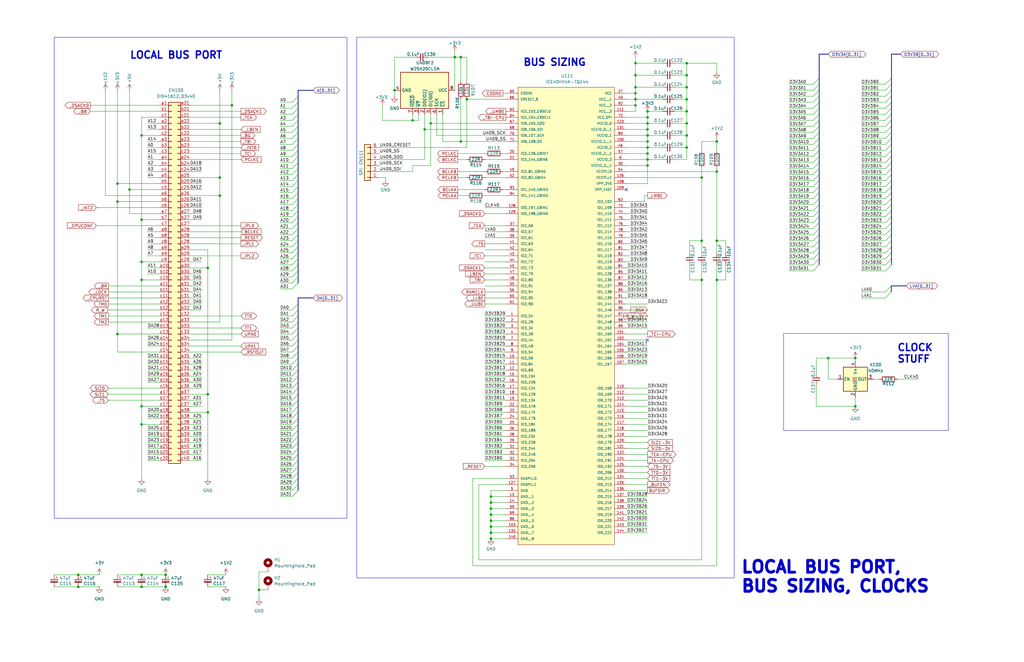
<source format=kicad_sch>
(kicad_sch (version 20231120) (generator "eeschema") (generator_version "8.0")
  (paper "B")
  (title_block (title "AmigaPCI 68040") (date "2024-07-18") (rev "3.0"))
  (junction (at 49.53 85.09))
  (junction (at 289.56 62.23))
  (junction (at 273.05 49.53))
  (junction (at 54.61 80.01))
  (junction (at 289.56 31.75))
  (junction (at 179.07 54.61))
  (junction (at 289.56 26.67))
  (junction (at 273.05 52.07))
  (junction (at 87.63 166.37))
  (junction (at 295.91 101.6))
  (junction (at 207.01 217.17))
  (junction (at 267.97 44.45))
  (junction (at 173.99 50.8))
  (junction (at 59.69 57.15))
  (junction (at 289.56 41.91))
  (junction (at 191.77 24.13))
  (junction (at 194.31 59.69))
  (junction (at 196.85 41.91))
  (junction (at 302.26 101.6))
  (junction (at 207.01 227.33))
  (junction (at 59.69 110.49))
  (junction (at 33.02 242.57))
  (junction (at 207.01 219.71))
  (junction (at 267.97 31.75))
  (junction (at 207.01 224.79))
  (junction (at 194.31 24.13))
  (junction (at 207.01 212.09))
  (junction (at 97.79 44.45))
  (junction (at 273.05 59.69))
  (junction (at 69.85 247.65))
  (junction (at 49.53 77.47))
  (junction (at 87.63 113.03))
  (junction (at 295.91 118.11))
  (junction (at 109.22 248.92))
  (junction (at 289.56 52.07))
  (junction (at 289.56 46.99))
  (junction (at 59.69 118.11))
  (junction (at 302.26 72.39))
  (junction (at 302.26 118.11))
  (junction (at 87.63 173.99))
  (junction (at 273.05 64.77))
  (junction (at 181.61 52.07))
  (junction (at 59.69 92.71))
  (junction (at 49.53 140.97))
  (junction (at 273.05 67.31))
  (junction (at 273.05 69.85))
  (junction (at 166.37 38.1))
  (junction (at 69.85 242.57))
  (junction (at 360.68 171.45))
  (junction (at 207.01 222.25))
  (junction (at 92.71 52.07))
  (junction (at 59.69 179.07))
  (junction (at 33.02 247.65))
  (junction (at 273.05 46.99))
  (junction (at 349.25 151.13))
  (junction (at 267.97 26.67))
  (junction (at 273.05 57.15))
  (junction (at 289.56 57.15))
  (junction (at 302.26 59.69))
  (junction (at 267.97 36.83))
  (junction (at 207.01 209.55))
  (junction (at 295.91 74.93))
  (junction (at 289.56 36.83))
  (junction (at 267.97 41.91))
  (junction (at 59.69 171.45))
  (junction (at 360.68 151.13))
  (junction (at 273.05 62.23))
  (junction (at 92.71 82.55))
  (junction (at 273.05 54.61))
  (junction (at 267.97 39.37))
  (junction (at 207.01 214.63))
  (junction (at 59.69 242.57))
  (junction (at 59.69 247.65))
  (junction (at 92.71 74.93))
  (no_connect (at 264.16 80.01))
  (no_connect (at 273.05 143.51))
  (bus_entry (at 373.38 109.22) (size 2.54 -2.54))
  (bus_entry (at 342.9 76.2) (size 2.54 -2.54))
  (bus_entry (at 123.19 201.93) (size 2.54 -2.54))
  (bus_entry (at 123.19 43.18) (size 2.54 -2.54))
  (bus_entry (at 342.9 93.98) (size 2.54 -2.54))
  (bus_entry (at 123.19 101.6) (size 2.54 -2.54))
  (bus_entry (at 123.19 96.52) (size 2.54 -2.54))
  (bus_entry (at 342.9 111.76) (size 2.54 -2.54))
  (bus_entry (at 342.9 83.82) (size 2.54 -2.54))
  (bus_entry (at 123.19 88.9) (size 2.54 -2.54))
  (bus_entry (at 123.19 58.42) (size 2.54 -2.54))
  (bus_entry (at 342.9 58.42) (size 2.54 -2.54))
  (bus_entry (at 342.9 114.3) (size 2.54 -2.54))
  (bus_entry (at 123.19 146.05) (size 2.54 -2.54))
  (bus_entry (at 373.38 50.8) (size 2.54 -2.54))
  (bus_entry (at 123.19 83.82) (size 2.54 -2.54))
  (bus_entry (at 123.19 63.5) (size 2.54 -2.54))
  (bus_entry (at 373.38 45.72) (size 2.54 -2.54))
  (bus_entry (at 373.38 93.98) (size 2.54 -2.54))
  (bus_entry (at 123.19 194.31) (size 2.54 -2.54))
  (bus_entry (at 123.19 171.45) (size 2.54 -2.54))
  (bus_entry (at 373.38 38.1) (size 2.54 -2.54))
  (bus_entry (at 123.19 86.36) (size 2.54 -2.54))
  (bus_entry (at 373.38 68.58) (size 2.54 -2.54))
  (bus_entry (at 373.38 106.68) (size 2.54 -2.54))
  (bus_entry (at 123.19 121.92) (size 2.54 -2.54))
  (bus_entry (at 373.38 83.82) (size 2.54 -2.54))
  (bus_entry (at 373.38 111.76) (size 2.54 -2.54))
  (bus_entry (at 123.19 176.53) (size 2.54 -2.54))
  (bus_entry (at 123.19 48.26) (size 2.54 -2.54))
  (bus_entry (at 342.9 109.22) (size 2.54 -2.54))
  (bus_entry (at 342.9 81.28) (size 2.54 -2.54))
  (bus_entry (at 123.19 50.8) (size 2.54 -2.54))
  (bus_entry (at 123.19 133.35) (size 2.54 -2.54))
  (bus_entry (at 123.19 173.99) (size 2.54 -2.54))
  (bus_entry (at 123.19 106.68) (size 2.54 -2.54))
  (bus_entry (at 373.38 76.2) (size 2.54 -2.54))
  (bus_entry (at 342.9 55.88) (size 2.54 -2.54))
  (bus_entry (at 123.19 207.01) (size 2.54 -2.54))
  (bus_entry (at 123.19 181.61) (size 2.54 -2.54))
  (bus_entry (at 123.19 161.29) (size 2.54 -2.54))
  (bus_entry (at 373.38 71.12) (size 2.54 -2.54))
  (bus_entry (at 123.19 76.2) (size 2.54 -2.54))
  (bus_entry (at 342.9 78.74) (size 2.54 -2.54))
  (bus_entry (at 373.38 104.14) (size 2.54 -2.54))
  (bus_entry (at 123.19 158.75) (size 2.54 -2.54))
  (bus_entry (at 123.19 153.67) (size 2.54 -2.54))
  (bus_entry (at 342.9 45.72) (size 2.54 -2.54))
  (bus_entry (at 373.38 40.64) (size 2.54 -2.54))
  (bus_entry (at 342.9 63.5) (size 2.54 -2.54))
  (bus_entry (at 123.19 140.97) (size 2.54 -2.54))
  (bus_entry (at 123.19 143.51) (size 2.54 -2.54))
  (bus_entry (at 373.38 99.06) (size 2.54 -2.54))
  (bus_entry (at 123.19 93.98) (size 2.54 -2.54))
  (bus_entry (at 342.9 73.66) (size 2.54 -2.54))
  (bus_entry (at 123.19 204.47) (size 2.54 -2.54))
  (bus_entry (at 123.19 99.06) (size 2.54 -2.54))
  (bus_entry (at 123.19 151.13) (size 2.54 -2.54))
  (bus_entry (at 123.19 186.69) (size 2.54 -2.54))
  (bus_entry (at 123.19 71.12) (size 2.54 -2.54))
  (bus_entry (at 123.19 209.55) (size 2.54 -2.54))
  (bus_entry (at 373.29 123.19) (size 2.54 -2.54))
  (bus_entry (at 342.9 66.04) (size 2.54 -2.54))
  (bus_entry (at 123.19 66.04) (size 2.54 -2.54))
  (bus_entry (at 342.9 104.14) (size 2.54 -2.54))
  (bus_entry (at 123.19 119.38) (size 2.54 -2.54))
  (bus_entry (at 373.38 96.52) (size 2.54 -2.54))
  (bus_entry (at 342.9 48.26) (size 2.54 -2.54))
  (bus_entry (at 123.19 166.37) (size 2.54 -2.54))
  (bus_entry (at 123.19 91.44) (size 2.54 -2.54))
  (bus_entry (at 123.19 179.07) (size 2.54 -2.54))
  (bus_entry (at 373.38 35.56) (size 2.54 -2.54))
  (bus_entry (at 123.19 148.59) (size 2.54 -2.54))
  (bus_entry (at 373.38 63.5) (size 2.54 -2.54))
  (bus_entry (at 342.9 38.1) (size 2.54 -2.54))
  (bus_entry (at 373.38 58.42) (size 2.54 -2.54))
  (bus_entry (at 373.38 114.3) (size 2.54 -2.54))
  (bus_entry (at 123.19 163.83) (size 2.54 -2.54))
  (bus_entry (at 342.9 99.06) (size 2.54 -2.54))
  (bus_entry (at 342.9 60.96) (size 2.54 -2.54))
  (bus_entry (at 342.9 43.18) (size 2.54 -2.54))
  (bus_entry (at 373.38 73.66) (size 2.54 -2.54))
  (bus_entry (at 123.19 138.43) (size 2.54 -2.54))
  (bus_entry (at 123.19 199.39) (size 2.54 -2.54))
  (bus_entry (at 342.9 40.64) (size 2.54 -2.54))
  (bus_entry (at 123.19 53.34) (size 2.54 -2.54))
  (bus_entry (at 373.38 78.74) (size 2.54 -2.54))
  (bus_entry (at 123.19 60.96) (size 2.54 -2.54))
  (bus_entry (at 373.38 101.6) (size 2.54 -2.54))
  (bus_entry (at 342.9 35.56) (size 2.54 -2.54))
  (bus_entry (at 123.19 55.88) (size 2.54 -2.54))
  (bus_entry (at 342.9 68.58) (size 2.54 -2.54))
  (bus_entry (at 342.9 91.44) (size 2.54 -2.54))
  (bus_entry (at 123.19 196.85) (size 2.54 -2.54))
  (bus_entry (at 342.9 53.34) (size 2.54 -2.54))
  (bus_entry (at 123.19 189.23) (size 2.54 -2.54))
  (bus_entry (at 123.19 156.21) (size 2.54 -2.54))
  (bus_entry (at 123.19 73.66) (size 2.54 -2.54))
  (bus_entry (at 342.9 88.9) (size 2.54 -2.54))
  (bus_entry (at 373.38 86.36) (size 2.54 -2.54))
  (bus_entry (at 342.9 96.52) (size 2.54 -2.54))
  (bus_entry (at 373.38 66.04) (size 2.54 -2.54))
  (bus_entry (at 373.38 60.96) (size 2.54 -2.54))
  (bus_entry (at 373.29 125.73) (size 2.54 -2.54))
  (bus_entry (at 342.9 50.8) (size 2.54 -2.54))
  (bus_entry (at 373.38 91.44) (size 2.54 -2.54))
  (bus_entry (at 373.38 81.28) (size 2.54 -2.54))
  (bus_entry (at 373.38 43.18) (size 2.54 -2.54))
  (bus_entry (at 373.38 53.34) (size 2.54 -2.54))
  (bus_entry (at 123.19 104.14) (size 2.54 -2.54))
  (bus_entry (at 123.19 81.28) (size 2.54 -2.54))
  (bus_entry (at 123.19 135.89) (size 2.54 -2.54))
  (bus_entry (at 123.19 68.58) (size 2.54 -2.54))
  (bus_entry (at 123.19 78.74) (size 2.54 -2.54))
  (bus_entry (at 123.19 45.72) (size 2.54 -2.54))
  (bus_entry (at 373.38 88.9) (size 2.54 -2.54))
  (bus_entry (at 123.19 168.91) (size 2.54 -2.54))
  (bus_entry (at 123.19 191.77) (size 2.54 -2.54))
  (bus_entry (at 373.38 48.26) (size 2.54 -2.54))
  (bus_entry (at 342.9 101.6) (size 2.54 -2.54))
  (bus_entry (at 342.9 71.12) (size 2.54 -2.54))
  (bus_entry (at 373.38 55.88) (size 2.54 -2.54))
  (bus_entry (at 123.19 114.3) (size 2.54 -2.54))
  (bus_entry (at 123.19 116.84) (size 2.54 -2.54))
  (bus_entry (at 123.19 109.22) (size 2.54 -2.54))
  (bus_entry (at 123.19 184.15) (size 2.54 -2.54))
  (bus_entry (at 342.9 86.36) (size 2.54 -2.54))
  (bus_entry (at 123.19 111.76) (size 2.54 -2.54))
  (bus_entry (at 342.9 106.68) (size 2.54 -2.54))
  (bus_entry (at 123.19 130.81) (size 2.54 -2.54))
  (wire (pts (xy 204.47 140.97) (xy 213.36 140.97)))
  (wire (pts (xy 264.16 201.93) (xy 273.05 201.93)))
  (bus (pts (xy 345.44 101.6) (xy 345.44 104.14)))
  (wire (pts (xy 264.16 102.87) (xy 273.05 102.87)))
  (wire (pts (xy 212.09 39.37) (xy 213.36 39.37)))
  (wire (pts (xy 118.11 176.53) (xy 123.19 176.53)))
  (bus (pts (xy 375.92 68.58) (xy 375.92 71.12)))
  (wire (pts (xy 181.61 52.07) (xy 213.36 52.07)))
  (bus (pts (xy 125.73 111.76) (xy 125.73 114.3)))
  (wire (pts (xy 204.47 153.67) (xy 213.36 153.67)))
  (bus (pts (xy 345.44 76.2) (xy 345.44 78.74)))
  (wire (pts (xy 264.16 97.79) (xy 273.05 97.79)))
  (wire (pts (xy 273.05 59.69) (xy 273.05 62.23)))
  (wire (pts (xy 85.09 168.91) (xy 80.01 168.91)))
  (wire (pts (xy 118.11 207.01) (xy 123.19 207.01)))
  (wire (pts (xy 207.01 207.01) (xy 207.01 209.55)))
  (wire (pts (xy 363.22 53.34) (xy 373.38 53.34)))
  (bus (pts (xy 345.44 38.1) (xy 345.44 40.64)))
  (wire (pts (xy 273.05 130.81) (xy 264.16 130.81)))
  (wire (pts (xy 363.22 101.6) (xy 373.38 101.6)))
  (wire (pts (xy 191.77 38.1) (xy 191.77 24.13)))
  (wire (pts (xy 264.16 214.63) (xy 273.05 214.63)))
  (bus (pts (xy 375.92 109.22) (xy 375.92 111.76)))
  (wire (pts (xy 44.45 82.55) (xy 67.31 82.55)))
  (wire (pts (xy 118.11 43.18) (xy 123.19 43.18)))
  (bus (pts (xy 345.44 104.14) (xy 345.44 106.68)))
  (wire (pts (xy 290.83 101.6) (xy 295.91 101.6)))
  (wire (pts (xy 118.11 189.23) (xy 123.19 189.23)))
  (wire (pts (xy 80.01 113.03) (xy 87.63 113.03)))
  (bus (pts (xy 125.73 163.83) (xy 125.73 161.29)))
  (wire (pts (xy 62.23 186.69) (xy 67.31 186.69)))
  (wire (pts (xy 118.11 68.58) (xy 123.19 68.58)))
  (bus (pts (xy 125.73 66.04) (xy 125.73 68.58)))
  (wire (pts (xy 59.69 242.57) (xy 69.85 242.57)))
  (wire (pts (xy 85.09 72.39) (xy 80.01 72.39)))
  (bus (pts (xy 375.92 101.6) (xy 375.92 104.14)))
  (wire (pts (xy 45.72 128.27) (xy 67.31 128.27)))
  (wire (pts (xy 196.85 62.23) (xy 196.85 41.91)))
  (wire (pts (xy 344.17 162.56) (xy 344.17 171.45)))
  (wire (pts (xy 264.16 115.57) (xy 273.05 115.57)))
  (bus (pts (xy 125.73 171.45) (xy 125.73 168.91)))
  (bus (pts (xy 125.73 199.39) (xy 125.73 196.85)))
  (wire (pts (xy 80.01 143.51) (xy 97.79 143.51)))
  (wire (pts (xy 54.61 38.1) (xy 54.61 80.01)))
  (wire (pts (xy 118.11 60.96) (xy 123.19 60.96)))
  (wire (pts (xy 213.36 64.77) (xy 212.09 64.77)))
  (bus (pts (xy 125.73 71.12) (xy 125.73 73.66)))
  (wire (pts (xy 59.69 118.11) (xy 59.69 171.45)))
  (wire (pts (xy 179.07 48.26) (xy 179.07 54.61)))
  (bus (pts (xy 125.73 153.67) (xy 125.73 151.13)))
  (wire (pts (xy 213.36 146.05) (xy 204.47 146.05)))
  (wire (pts (xy 213.36 181.61) (xy 204.47 181.61)))
  (wire (pts (xy 332.74 35.56) (xy 342.9 35.56)))
  (wire (pts (xy 118.11 96.52) (xy 123.19 96.52)))
  (wire (pts (xy 204.47 107.95) (xy 213.36 107.95)))
  (wire (pts (xy 85.09 110.49) (xy 80.01 110.49)))
  (bus (pts (xy 125.73 138.43) (xy 125.73 135.89)))
  (wire (pts (xy 62.23 153.67) (xy 67.31 153.67)))
  (wire (pts (xy 62.23 52.07) (xy 67.31 52.07)))
  (bus (pts (xy 345.44 68.58) (xy 345.44 71.12)))
  (wire (pts (xy 273.05 135.89) (xy 264.16 135.89)))
  (wire (pts (xy 289.56 36.83) (xy 289.56 31.75)))
  (wire (pts (xy 363.22 76.2) (xy 373.38 76.2)))
  (wire (pts (xy 196.85 67.31) (xy 193.04 67.31)))
  (wire (pts (xy 363.22 91.44) (xy 373.38 91.44)))
  (wire (pts (xy 378.46 160.02) (xy 387.35 160.02)))
  (wire (pts (xy 33.02 242.57) (xy 41.91 242.57)))
  (bus (pts (xy 125.73 161.29) (xy 125.73 158.75)))
  (bus (pts (xy 125.73 156.21) (xy 125.73 153.67)))
  (wire (pts (xy 267.97 36.83) (xy 279.4 36.83)))
  (wire (pts (xy 264.16 168.91) (xy 273.05 168.91)))
  (wire (pts (xy 332.74 99.06) (xy 342.9 99.06)))
  (bus (pts (xy 345.44 99.06) (xy 345.44 101.6)))
  (wire (pts (xy 62.23 100.33) (xy 67.31 100.33)))
  (wire (pts (xy 118.11 78.74) (xy 123.19 78.74)))
  (bus (pts (xy 125.73 143.51) (xy 125.73 140.97)))
  (bus (pts (xy 375.92 58.42) (xy 375.92 60.96)))
  (wire (pts (xy 92.71 82.55) (xy 92.71 135.89)))
  (wire (pts (xy 201.93 204.47) (xy 213.36 204.47)))
  (wire (pts (xy 332.74 68.58) (xy 342.9 68.58)))
  (bus (pts (xy 125.73 166.37) (xy 125.73 163.83)))
  (wire (pts (xy 85.09 69.85) (xy 80.01 69.85)))
  (wire (pts (xy 80.01 102.87) (xy 101.6 102.87)))
  (wire (pts (xy 59.69 92.71) (xy 67.31 92.71)))
  (bus (pts (xy 125.73 181.61) (xy 125.73 179.07)))
  (wire (pts (xy 264.16 128.27) (xy 273.05 128.27)))
  (wire (pts (xy 332.74 93.98) (xy 342.9 93.98)))
  (wire (pts (xy 59.69 247.65) (xy 69.85 247.65)))
  (wire (pts (xy 62.23 97.79) (xy 67.31 97.79)))
  (wire (pts (xy 332.74 109.22) (xy 342.9 109.22)))
  (wire (pts (xy 204.47 143.51) (xy 213.36 143.51)))
  (wire (pts (xy 273.05 133.35) (xy 264.16 133.35)))
  (wire (pts (xy 332.74 40.64) (xy 342.9 40.64)))
  (bus (pts (xy 375.92 35.56) (xy 375.92 38.1)))
  (wire (pts (xy 62.23 161.29) (xy 67.31 161.29)))
  (wire (pts (xy 62.23 146.05) (xy 67.31 146.05)))
  (wire (pts (xy 363.22 40.64) (xy 373.38 40.64)))
  (wire (pts (xy 118.11 58.42) (xy 123.19 58.42)))
  (wire (pts (xy 85.09 176.53) (xy 80.01 176.53)))
  (wire (pts (xy 85.09 120.65) (xy 80.01 120.65)))
  (wire (pts (xy 207.01 209.55) (xy 207.01 212.09)))
  (wire (pts (xy 213.36 186.69) (xy 204.47 186.69)))
  (bus (pts (xy 345.44 53.34) (xy 345.44 55.88)))
  (wire (pts (xy 363.22 48.26) (xy 373.38 48.26)))
  (wire (pts (xy 118.11 73.66) (xy 123.19 73.66)))
  (bus (pts (xy 125.73 204.47) (xy 125.73 201.93)))
  (wire (pts (xy 80.01 148.59) (xy 101.6 148.59)))
  (wire (pts (xy 332.74 86.36) (xy 342.9 86.36)))
  (wire (pts (xy 204.47 113.03) (xy 213.36 113.03)))
  (wire (pts (xy 80.01 140.97) (xy 101.6 140.97)))
  (wire (pts (xy 118.11 116.84) (xy 123.19 116.84)))
  (wire (pts (xy 289.56 26.67) (xy 284.48 26.67)))
  (wire (pts (xy 267.97 41.91) (xy 267.97 44.45)))
  (bus (pts (xy 375.92 99.06) (xy 375.92 101.6)))
  (wire (pts (xy 332.74 43.18) (xy 342.9 43.18)))
  (wire (pts (xy 264.16 95.25) (xy 273.05 95.25)))
  (wire (pts (xy 85.09 130.81) (xy 80.01 130.81)))
  (wire (pts (xy 349.25 151.13) (xy 360.68 151.13)))
  (wire (pts (xy 85.09 184.15) (xy 80.01 184.15)))
  (wire (pts (xy 273.05 62.23) (xy 279.4 62.23)))
  (wire (pts (xy 264.16 118.11) (xy 273.05 118.11)))
  (wire (pts (xy 332.74 76.2) (xy 342.9 76.2)))
  (wire (pts (xy 49.53 148.59) (xy 49.53 140.97)))
  (bus (pts (xy 125.73 207.01) (xy 125.73 204.47)))
  (wire (pts (xy 264.16 146.05) (xy 273.05 146.05)))
  (wire (pts (xy 213.36 87.63) (xy 204.47 87.63)))
  (wire (pts (xy 267.97 24.13) (xy 267.97 26.67)))
  (wire (pts (xy 179.07 54.61) (xy 179.07 67.31)))
  (bus (pts (xy 125.73 68.58) (xy 125.73 71.12)))
  (wire (pts (xy 273.05 140.97) (xy 264.16 140.97)))
  (wire (pts (xy 179.07 67.31) (xy 160.02 67.31)))
  (wire (pts (xy 80.01 173.99) (xy 87.63 173.99)))
  (bus (pts (xy 345.44 109.22) (xy 345.44 111.76)))
  (wire (pts (xy 273.05 67.31) (xy 273.05 69.85)))
  (wire (pts (xy 62.23 184.15) (xy 67.31 184.15)))
  (wire (pts (xy 85.09 171.45) (xy 80.01 171.45)))
  (wire (pts (xy 118.11 184.15) (xy 123.19 184.15)))
  (wire (pts (xy 191.77 24.13) (xy 191.77 21.59)))
  (wire (pts (xy 332.74 106.68) (xy 342.9 106.68)))
  (wire (pts (xy 349.25 160.02) (xy 349.25 151.13)))
  (wire (pts (xy 273.05 49.53) (xy 273.05 52.07)))
  (wire (pts (xy 332.74 60.96) (xy 342.9 60.96)))
  (wire (pts (xy 273.05 46.99) (xy 273.05 49.53)))
  (wire (pts (xy 62.23 113.03) (xy 67.31 113.03)))
  (wire (pts (xy 207.01 212.09) (xy 213.36 212.09)))
  (wire (pts (xy 118.11 81.28) (xy 123.19 81.28)))
  (bus (pts (xy 345.44 71.12) (xy 345.44 73.66)))
  (bus (pts (xy 345.44 93.98) (xy 345.44 96.52)))
  (bus (pts (xy 345.44 55.88) (xy 345.44 58.42)))
  (wire (pts (xy 273.05 181.61) (xy 264.16 181.61)))
  (wire (pts (xy 109.22 241.3) (xy 109.22 248.92)))
  (wire (pts (xy 196.85 24.13) (xy 194.31 24.13)))
  (wire (pts (xy 363.22 88.9) (xy 373.38 88.9)))
  (wire (pts (xy 109.22 248.92) (xy 113.03 248.92)))
  (wire (pts (xy 109.22 248.92) (xy 109.22 252.73)))
  (wire (pts (xy 204.47 97.79) (xy 213.36 97.79)))
  (wire (pts (xy 161.29 50.8) (xy 173.99 50.8)))
  (wire (pts (xy 118.11 194.31) (xy 123.19 194.31)))
  (bus (pts (xy 125.73 73.66) (xy 125.73 76.2)))
  (wire (pts (xy 59.69 171.45) (xy 67.31 171.45)))
  (wire (pts (xy 213.36 156.21) (xy 204.47 156.21)))
  (wire (pts (xy 59.69 179.07) (xy 59.69 201.93)))
  (wire (pts (xy 45.72 163.83) (xy 67.31 163.83)))
  (wire (pts (xy 85.09 186.69) (xy 80.01 186.69)))
  (wire (pts (xy 44.45 38.1) (xy 44.45 82.55)))
  (bus (pts (xy 375.92 78.74) (xy 375.92 81.28)))
  (wire (pts (xy 264.16 209.55) (xy 273.05 209.55)))
  (wire (pts (xy 181.61 69.85) (xy 173.99 69.85)))
  (wire (pts (xy 62.23 138.43) (xy 67.31 138.43)))
  (wire (pts (xy 273.05 179.07) (xy 264.16 179.07)))
  (wire (pts (xy 273.05 191.77) (xy 264.16 191.77)))
  (wire (pts (xy 284.48 67.31) (xy 289.56 67.31)))
  (wire (pts (xy 118.11 104.14) (xy 123.19 104.14)))
  (wire (pts (xy 173.99 69.85) (xy 173.99 72.39)))
  (wire (pts (xy 267.97 26.67) (xy 279.4 26.67)))
  (bus (pts (xy 125.73 140.97) (xy 125.73 138.43)))
  (wire (pts (xy 264.16 107.95) (xy 273.05 107.95)))
  (wire (pts (xy 80.01 74.93) (xy 92.71 74.93)))
  (wire (pts (xy 302.26 101.6) (xy 306.07 101.6)))
  (wire (pts (xy 118.11 204.47) (xy 123.19 204.47)))
  (wire (pts (xy 118.11 179.07) (xy 123.19 179.07)))
  (wire (pts (xy 80.01 107.95) (xy 101.6 107.95)))
  (wire (pts (xy 332.74 81.28) (xy 342.9 81.28)))
  (wire (pts (xy 213.36 176.53) (xy 204.47 176.53)))
  (wire (pts (xy 273.05 138.43) (xy 264.16 138.43)))
  (wire (pts (xy 118.11 158.75) (xy 123.19 158.75)))
  (wire (pts (xy 273.05 52.07) (xy 279.4 52.07)))
  (wire (pts (xy 87.63 247.65) (xy 95.25 247.65)))
  (wire (pts (xy 273.05 186.69) (xy 264.16 186.69)))
  (bus (pts (xy 345.44 73.66) (xy 345.44 76.2)))
  (bus (pts (xy 125.73 38.1) (xy 125.73 40.64)))
  (wire (pts (xy 264.16 46.99) (xy 267.97 46.99)))
  (bus (pts (xy 345.44 86.36) (xy 345.44 88.9)))
  (wire (pts (xy 290.83 118.11) (xy 295.91 118.11)))
  (bus (pts (xy 375.92 45.72) (xy 375.92 48.26)))
  (bus (pts (xy 125.73 101.6) (xy 125.73 104.14)))
  (wire (pts (xy 85.09 87.63) (xy 80.01 87.63)))
  (wire (pts (xy 289.56 31.75) (xy 289.56 26.67)))
  (bus (pts (xy 375.92 43.18) (xy 375.92 45.72)))
  (wire (pts (xy 80.01 138.43) (xy 101.6 138.43)))
  (wire (pts (xy 264.16 39.37) (xy 267.97 39.37)))
  (wire (pts (xy 59.69 171.45) (xy 59.69 179.07)))
  (wire (pts (xy 80.01 64.77) (xy 101.6 64.77)))
  (wire (pts (xy 264.16 153.67) (xy 273.05 153.67)))
  (bus (pts (xy 345.44 88.9) (xy 345.44 91.44)))
  (wire (pts (xy 264.16 110.49) (xy 273.05 110.49)))
  (wire (pts (xy 289.56 46.99) (xy 289.56 52.07)))
  (bus (pts (xy 345.44 33.02) (xy 345.44 35.56)))
  (wire (pts (xy 360.68 167.64) (xy 360.68 171.45)))
  (wire (pts (xy 273.05 54.61) (xy 273.05 57.15)))
  (bus (pts (xy 125.73 201.93) (xy 125.73 199.39)))
  (bus (pts (xy 125.73 133.35) (xy 125.73 130.81)))
  (wire (pts (xy 118.11 53.34) (xy 123.19 53.34)))
  (wire (pts (xy 59.69 49.53) (xy 67.31 49.53)))
  (wire (pts (xy 118.11 119.38) (xy 123.19 119.38)))
  (wire (pts (xy 289.56 62.23) (xy 289.56 67.31)))
  (bus (pts (xy 125.73 55.88) (xy 125.73 58.42)))
  (wire (pts (xy 264.16 59.69) (xy 273.05 59.69)))
  (wire (pts (xy 85.09 115.57) (xy 80.01 115.57)))
  (bus (pts (xy 125.73 148.59) (xy 125.73 146.05)))
  (bus (pts (xy 125.73 176.53) (xy 125.73 173.99)))
  (wire (pts (xy 363.22 93.98) (xy 373.38 93.98)))
  (wire (pts (xy 194.31 41.91) (xy 194.31 59.69)))
  (bus (pts (xy 375.92 106.68) (xy 375.92 109.22)))
  (wire (pts (xy 204.47 95.25) (xy 213.36 95.25)))
  (bus (pts (xy 125.73 88.9) (xy 125.73 91.44)))
  (wire (pts (xy 207.01 217.17) (xy 207.01 219.71)))
  (wire (pts (xy 273.05 62.23) (xy 273.05 64.77)))
  (wire (pts (xy 273.05 184.15) (xy 264.16 184.15)))
  (bus (pts (xy 125.73 116.84) (xy 125.73 119.38)))
  (wire (pts (xy 22.86 247.65) (xy 33.02 247.65)))
  (bus (pts (xy 375.92 81.28) (xy 375.92 83.82)))
  (wire (pts (xy 363.22 50.8) (xy 373.38 50.8)))
  (wire (pts (xy 85.09 194.31) (xy 80.01 194.31)))
  (wire (pts (xy 85.09 179.07) (xy 80.01 179.07)))
  (wire (pts (xy 213.36 194.31) (xy 204.47 194.31)))
  (wire (pts (xy 85.09 161.29) (xy 80.01 161.29)))
  (wire (pts (xy 204.47 171.45) (xy 213.36 171.45)))
  (wire (pts (xy 85.09 163.83) (xy 80.01 163.83)))
  (wire (pts (xy 363.22 99.06) (xy 373.38 99.06)))
  (wire (pts (xy 85.09 92.71) (xy 80.01 92.71)))
  (wire (pts (xy 332.74 83.82) (xy 342.9 83.82)))
  (wire (pts (xy 62.23 64.77) (xy 67.31 64.77)))
  (wire (pts (xy 181.61 48.26) (xy 181.61 52.07)))
  (wire (pts (xy 85.09 156.21) (xy 80.01 156.21)))
  (bus (pts (xy 345.44 63.5) (xy 345.44 66.04)))
  (wire (pts (xy 85.09 128.27) (xy 80.01 128.27)))
  (wire (pts (xy 80.01 54.61) (xy 101.6 54.61)))
  (bus (pts (xy 125.73 58.42) (xy 125.73 60.96)))
  (wire (pts (xy 59.69 92.71) (xy 59.69 110.49)))
  (bus (pts (xy 345.44 40.64) (xy 345.44 43.18)))
  (bus (pts (xy 125.73 109.22) (xy 125.73 111.76)))
  (wire (pts (xy 45.72 120.65) (xy 67.31 120.65)))
  (wire (pts (xy 204.47 64.77) (xy 193.04 64.77)))
  (wire (pts (xy 186.69 59.69) (xy 186.69 48.26)))
  (wire (pts (xy 59.69 118.11) (xy 67.31 118.11)))
  (wire (pts (xy 332.74 73.66) (xy 342.9 73.66)))
  (wire (pts (xy 363.22 96.52) (xy 373.38 96.52)))
  (wire (pts (xy 207.01 222.25) (xy 207.01 224.79)))
  (bus (pts (xy 375.92 22.86) (xy 379.73 22.86)))
  (wire (pts (xy 80.01 52.07) (xy 92.71 52.07)))
  (wire (pts (xy 80.01 95.25) (xy 101.6 95.25)))
  (wire (pts (xy 173.99 48.26) (xy 173.99 50.8)))
  (wire (pts (xy 289.56 46.99) (xy 289.56 41.91)))
  (wire (pts (xy 62.23 74.93) (xy 67.31 74.93)))
  (wire (pts (xy 67.31 90.17) (xy 54.61 90.17)))
  (wire (pts (xy 264.16 67.31) (xy 273.05 67.31)))
  (wire (pts (xy 207.01 207.01) (xy 213.36 207.01)))
  (bus (pts (xy 375.92 66.04) (xy 375.92 68.58)))
  (wire (pts (xy 302.26 238.76) (xy 302.26 118.11)))
  (wire (pts (xy 264.16 207.01) (xy 273.05 207.01)))
  (wire (pts (xy 295.91 59.69) (xy 302.26 59.69)))
  (bus (pts (xy 125.73 186.69) (xy 125.73 184.15)))
  (wire (pts (xy 295.91 63.5) (xy 295.91 59.69)))
  (wire (pts (xy 80.01 97.79) (xy 101.6 97.79)))
  (wire (pts (xy 213.36 74.93) (xy 204.47 74.93)))
  (wire (pts (xy 332.74 58.42) (xy 342.9 58.42)))
  (wire (pts (xy 62.23 54.61) (xy 67.31 54.61)))
  (wire (pts (xy 332.74 71.12) (xy 342.9 71.12)))
  (wire (pts (xy 273.05 173.99) (xy 264.16 173.99)))
  (wire (pts (xy 59.69 110.49) (xy 67.31 110.49)))
  (wire (pts (xy 273.05 77.47) (xy 264.16 77.47)))
  (wire (pts (xy 49.53 247.65) (xy 59.69 247.65)))
  (wire (pts (xy 80.01 44.45) (xy 97.79 44.45)))
  (wire (pts (xy 85.09 123.19) (xy 80.01 123.19)))
  (bus (pts (xy 345.44 48.26) (xy 345.44 50.8)))
  (wire (pts (xy 363.13 125.73) (xy 373.29 125.73)))
  (wire (pts (xy 80.01 133.35) (xy 101.6 133.35)))
  (wire (pts (xy 199.39 201.93) (xy 213.36 201.93)))
  (wire (pts (xy 284.48 31.75) (xy 289.56 31.75)))
  (wire (pts (xy 118.11 93.98) (xy 123.19 93.98)))
  (wire (pts (xy 363.22 114.3) (xy 373.38 114.3)))
  (wire (pts (xy 363.22 104.14) (xy 373.38 104.14)))
  (wire (pts (xy 45.72 168.91) (xy 67.31 168.91)))
  (wire (pts (xy 118.11 109.22) (xy 123.19 109.22)))
  (wire (pts (xy 207.01 214.63) (xy 213.36 214.63)))
  (bus (pts (xy 125.73 48.26) (xy 125.73 50.8)))
  (wire (pts (xy 213.36 82.55) (xy 204.47 82.55)))
  (wire (pts (xy 344.17 151.13) (xy 344.17 157.48)))
  (wire (pts (xy 363.22 78.74) (xy 373.38 78.74)))
  (wire (pts (xy 118.11 130.81) (xy 123.19 130.81)))
  (wire (pts (xy 213.36 67.31) (xy 204.47 67.31)))
  (wire (pts (xy 363.22 81.28) (xy 373.38 81.28)))
  (bus (pts (xy 125.73 53.34) (xy 125.73 55.88)))
  (wire (pts (xy 45.72 135.89) (xy 67.31 135.89)))
  (bus (pts (xy 375.92 63.5) (xy 375.92 66.04)))
  (wire (pts (xy 207.01 217.17) (xy 213.36 217.17)))
  (wire (pts (xy 166.37 40.64) (xy 166.37 38.1)))
  (wire (pts (xy 204.47 80.01) (xy 193.04 80.01)))
  (wire (pts (xy 213.36 184.15) (xy 204.47 184.15)))
  (wire (pts (xy 199.39 201.93) (xy 199.39 238.76)))
  (wire (pts (xy 204.47 135.89) (xy 213.36 135.89)))
  (wire (pts (xy 267.97 41.91) (xy 279.4 41.91)))
  (bus (pts (xy 345.44 22.86) (xy 349.25 22.86)))
  (wire (pts (xy 54.61 80.01) (xy 67.31 80.01)))
  (wire (pts (xy 118.11 86.36) (xy 123.19 86.36)))
  (wire (pts (xy 118.11 76.2) (xy 123.19 76.2)))
  (wire (pts (xy 332.74 111.76) (xy 342.9 111.76)))
  (wire (pts (xy 295.91 71.12) (xy 295.91 74.93)))
  (wire (pts (xy 160.02 72.39) (xy 173.99 72.39)))
  (bus (pts (xy 125.73 63.5) (xy 125.73 66.04)))
  (wire (pts (xy 207.01 214.63) (xy 207.01 217.17)))
  (wire (pts (xy 62.23 107.95) (xy 67.31 107.95)))
  (wire (pts (xy 363.22 106.68) (xy 373.38 106.68)))
  (wire (pts (xy 273.05 57.15) (xy 273.05 59.69)))
  (wire (pts (xy 284.48 52.07) (xy 289.56 52.07)))
  (wire (pts (xy 363.22 71.12) (xy 373.38 71.12)))
  (wire (pts (xy 264.16 151.13) (xy 273.05 151.13)))
  (wire (pts (xy 363.22 60.96) (xy 373.38 60.96)))
  (wire (pts (xy 332.74 55.88) (xy 342.9 55.88)))
  (wire (pts (xy 273.05 67.31) (xy 279.4 67.31)))
  (bus (pts (xy 375.92 96.52) (xy 375.92 99.06)))
  (wire (pts (xy 271.78 85.09) (xy 264.16 85.09)))
  (wire (pts (xy 40.64 95.25) (xy 67.31 95.25)))
  (wire (pts (xy 213.36 161.29) (xy 204.47 161.29)))
  (wire (pts (xy 80.01 46.99) (xy 101.6 46.99)))
  (wire (pts (xy 267.97 36.83) (xy 267.97 39.37)))
  (bus (pts (xy 375.92 50.8) (xy 375.92 53.34)))
  (wire (pts (xy 62.23 59.69) (xy 67.31 59.69)))
  (wire (pts (xy 196.85 82.55) (xy 193.04 82.55)))
  (bus (pts (xy 345.44 66.04) (xy 345.44 68.58)))
  (wire (pts (xy 332.74 91.44) (xy 342.9 91.44)))
  (wire (pts (xy 85.09 125.73) (xy 80.01 125.73)))
  (wire (pts (xy 92.71 135.89) (xy 80.01 135.89)))
  (wire (pts (xy 118.11 99.06) (xy 123.19 99.06)))
  (wire (pts (xy 118.11 143.51) (xy 123.19 143.51)))
  (wire (pts (xy 264.16 204.47) (xy 273.05 204.47)))
  (wire (pts (xy 85.09 80.01) (xy 80.01 80.01)))
  (bus (pts (xy 345.44 50.8) (xy 345.44 53.34)))
  (bus (pts (xy 345.44 81.28) (xy 345.44 83.82)))
  (wire (pts (xy 295.91 236.22) (xy 201.93 236.22)))
  (wire (pts (xy 273.05 199.39) (xy 264.16 199.39)))
  (bus (pts (xy 125.73 151.13) (xy 125.73 148.59)))
  (wire (pts (xy 85.09 181.61) (xy 80.01 181.61)))
  (wire (pts (xy 368.3 160.02) (xy 370.84 160.02)))
  (wire (pts (xy 302.26 26.67) (xy 302.26 30.48)))
  (wire (pts (xy 62.23 102.87) (xy 67.31 102.87)))
  (wire (pts (xy 85.09 118.11) (xy 80.01 118.11)))
  (wire (pts (xy 332.74 38.1) (xy 342.9 38.1)))
  (wire (pts (xy 213.36 118.11) (xy 204.47 118.11)))
  (wire (pts (xy 118.11 114.3) (xy 123.19 114.3)))
  (bus (pts (xy 375.83 120.65) (xy 382.18 120.65)))
  (wire (pts (xy 59.69 57.15) (xy 59.69 92.71)))
  (wire (pts (xy 363.22 83.82) (xy 373.38 83.82)))
  (wire (pts (xy 162.56 74.93) (xy 162.56 76.2)))
  (wire (pts (xy 196.85 34.29) (xy 196.85 24.13)))
  (wire (pts (xy 264.16 222.25) (xy 273.05 222.25)))
  (wire (pts (xy 207.01 219.71) (xy 213.36 219.71)))
  (bus (pts (xy 345.44 35.56) (xy 345.44 38.1)))
  (wire (pts (xy 62.23 69.85) (xy 67.31 69.85)))
  (wire (pts (xy 204.47 110.49) (xy 213.36 110.49)))
  (wire (pts (xy 118.11 111.76) (xy 123.19 111.76)))
  (bus (pts (xy 125.73 83.82) (xy 125.73 86.36)))
  (wire (pts (xy 267.97 39.37) (xy 267.97 41.91)))
  (wire (pts (xy 161.29 44.45) (xy 161.29 50.8)))
  (bus (pts (xy 125.73 191.77) (xy 125.73 189.23)))
  (wire (pts (xy 290.83 111.76) (xy 290.83 118.11)))
  (wire (pts (xy 160.02 62.23) (xy 196.85 62.23)))
  (wire (pts (xy 273.05 69.85) (xy 273.05 77.47)))
  (wire (pts (xy 363.22 55.88) (xy 373.38 55.88)))
  (wire (pts (xy 302.26 59.69) (xy 302.26 63.5)))
  (wire (pts (xy 118.11 138.43) (xy 123.19 138.43)))
  (bus (pts (xy 125.73 50.8) (xy 125.73 53.34)))
  (bus (pts (xy 375.92 73.66) (xy 375.92 76.2)))
  (wire (pts (xy 264.16 217.17) (xy 273.05 217.17)))
  (wire (pts (xy 118.11 209.55) (xy 123.19 209.55)))
  (wire (pts (xy 87.63 173.99) (xy 87.63 201.93)))
  (bus (pts (xy 375.92 86.36) (xy 375.92 88.9)))
  (wire (pts (xy 118.11 161.29) (xy 123.19 161.29)))
  (bus (pts (xy 125.73 114.3) (xy 125.73 116.84)))
  (wire (pts (xy 45.72 133.35) (xy 67.31 133.35)))
  (wire (pts (xy 284.48 46.99) (xy 289.56 46.99)))
  (wire (pts (xy 273.05 64.77) (xy 273.05 67.31)))
  (wire (pts (xy 22.86 242.57) (xy 33.02 242.57)))
  (bus (pts (xy 125.73 45.72) (xy 125.73 48.26)))
  (wire (pts (xy 184.15 57.15) (xy 213.36 57.15)))
  (wire (pts (xy 59.69 57.15) (xy 67.31 57.15)))
  (bus (pts (xy 345.44 83.82) (xy 345.44 86.36)))
  (bus (pts (xy 125.73 91.44) (xy 125.73 93.98)))
  (wire (pts (xy 363.22 38.1) (xy 373.38 38.1)))
  (wire (pts (xy 273.05 57.15) (xy 279.4 57.15)))
  (bus (pts (xy 375.92 38.1) (xy 375.92 40.64)))
  (wire (pts (xy 184.15 57.15) (xy 184.15 48.26)))
  (wire (pts (xy 363.22 111.76) (xy 373.38 111.76)))
  (wire (pts (xy 62.23 191.77) (xy 67.31 191.77)))
  (wire (pts (xy 273.05 194.31) (xy 264.16 194.31)))
  (wire (pts (xy 118.11 201.93) (xy 123.19 201.93)))
  (wire (pts (xy 204.47 191.77) (xy 213.36 191.77)))
  (wire (pts (xy 80.01 105.41) (xy 87.63 105.41)))
  (wire (pts (xy 264.16 74.93) (xy 295.91 74.93)))
  (wire (pts (xy 118.11 196.85) (xy 123.19 196.85)))
  (bus (pts (xy 125.73 146.05) (xy 125.73 143.51)))
  (wire (pts (xy 201.93 236.22) (xy 201.93 204.47)))
  (wire (pts (xy 213.36 173.99) (xy 204.47 173.99)))
  (wire (pts (xy 204.47 151.13) (xy 213.36 151.13)))
  (wire (pts (xy 118.11 66.04) (xy 123.19 66.04)))
  (wire (pts (xy 118.11 45.72) (xy 123.19 45.72)))
  (wire (pts (xy 62.23 173.99) (xy 67.31 173.99)))
  (wire (pts (xy 92.71 38.1) (xy 92.71 52.07)))
  (wire (pts (xy 204.47 133.35) (xy 213.36 133.35)))
  (wire (pts (xy 62.23 176.53) (xy 67.31 176.53)))
  (wire (pts (xy 213.36 158.75) (xy 204.47 158.75)))
  (wire (pts (xy 207.01 219.71) (xy 207.01 222.25)))
  (wire (pts (xy 54.61 80.01) (xy 54.61 90.17)))
  (bus (pts (xy 375.92 104.14) (xy 375.92 106.68)))
  (wire (pts (xy 264.16 148.59) (xy 273.05 148.59)))
  (wire (pts (xy 97.79 44.45) (xy 97.79 143.51)))
  (wire (pts (xy 344.17 151.13) (xy 349.25 151.13)))
  (wire (pts (xy 264.16 176.53) (xy 273.05 176.53)))
  (wire (pts (xy 118.11 63.5) (xy 123.19 63.5)))
  (wire (pts (xy 118.11 186.69) (xy 123.19 186.69)))
  (wire (pts (xy 289.56 57.15) (xy 289.56 62.23)))
  (wire (pts (xy 273.05 171.45) (xy 264.16 171.45)))
  (wire (pts (xy 204.47 102.87) (xy 213.36 102.87)))
  (wire (pts (xy 118.11 48.26) (xy 123.19 48.26)))
  (bus (pts (xy 125.73 86.36) (xy 125.73 88.9)))
  (wire (pts (xy 118.11 151.13) (xy 123.19 151.13)))
  (wire (pts (xy 62.23 72.39) (xy 67.31 72.39)))
  (bus (pts (xy 125.73 38.1) (xy 132.08 38.1)))
  (wire (pts (xy 332.74 114.3) (xy 342.9 114.3)))
  (wire (pts (xy 49.53 140.97) (xy 67.31 140.97)))
  (wire (pts (xy 67.31 148.59) (xy 49.53 148.59)))
  (wire (pts (xy 45.72 130.81) (xy 67.31 130.81)))
  (wire (pts (xy 45.72 166.37) (xy 67.31 166.37)))
  (bus (pts (xy 345.44 58.42) (xy 345.44 60.96)))
  (bus (pts (xy 375.92 48.26) (xy 375.92 50.8)))
  (wire (pts (xy 284.48 57.15) (xy 289.56 57.15)))
  (wire (pts (xy 273.05 224.79) (xy 264.16 224.79)))
  (wire (pts (xy 33.02 247.65) (xy 41.91 247.65)))
  (bus (pts (xy 345.44 60.96) (xy 345.44 63.5)))
  (bus (pts (xy 375.92 83.82) (xy 375.92 86.36)))
  (wire (pts (xy 264.16 120.65) (xy 273.05 120.65)))
  (bus (pts (xy 125.73 99.06) (xy 125.73 101.6)))
  (wire (pts (xy 49.53 38.1) (xy 49.53 77.47)))
  (bus (pts (xy 375.92 53.34) (xy 375.92 55.88)))
  (wire (pts (xy 213.36 115.57) (xy 204.47 115.57)))
  (wire (pts (xy 87.63 113.03) (xy 87.63 166.37)))
  (wire (pts (xy 92.71 52.07) (xy 92.71 74.93)))
  (wire (pts (xy 207.01 222.25) (xy 213.36 222.25)))
  (wire (pts (xy 45.72 125.73) (xy 67.31 125.73)))
  (bus (pts (xy 375.92 40.64) (xy 375.92 43.18)))
  (bus (pts (xy 345.44 43.18) (xy 345.44 45.72)))
  (wire (pts (xy 332.74 66.04) (xy 342.9 66.04)))
  (wire (pts (xy 62.23 158.75) (xy 67.31 158.75)))
  (bus (pts (xy 125.73 104.14) (xy 125.73 106.68)))
  (wire (pts (xy 332.74 96.52) (xy 342.9 96.52)))
  (wire (pts (xy 191.77 24.13) (xy 180.34 24.13)))
  (wire (pts (xy 264.16 163.83) (xy 273.05 163.83)))
  (wire (pts (xy 80.01 57.15) (xy 101.6 57.15)))
  (wire (pts (xy 264.16 72.39) (xy 302.26 72.39)))
  (wire (pts (xy 85.09 189.23) (xy 80.01 189.23)))
  (wire (pts (xy 264.16 49.53) (xy 273.05 49.53)))
  (wire (pts (xy 295.91 74.93) (xy 295.91 101.6)))
  (bus (pts (xy 375.92 60.96) (xy 375.92 63.5)))
  (bus (pts (xy 125.73 43.18) (xy 125.73 45.72)))
  (bus (pts (xy 125.73 93.98) (xy 125.73 96.52)))
  (wire (pts (xy 302.26 72.39) (xy 302.26 101.6)))
  (wire (pts (xy 204.47 100.33) (xy 213.36 100.33)))
  (wire (pts (xy 264.16 64.77) (xy 273.05 64.77)))
  (wire (pts (xy 80.01 49.53) (xy 101.6 49.53)))
  (wire (pts (xy 264.16 87.63) (xy 273.05 87.63)))
  (wire (pts (xy 213.36 123.19) (xy 204.47 123.19)))
  (wire (pts (xy 118.11 168.91) (xy 123.19 168.91)))
  (bus (pts (xy 125.73 81.28) (xy 125.73 83.82)))
  (bus (pts (xy 375.92 91.44) (xy 375.92 93.98)))
  (wire (pts (xy 264.16 105.41) (xy 273.05 105.41)))
  (wire (pts (xy 118.11 191.77) (xy 123.19 191.77)))
  (wire (pts (xy 273.05 189.23) (xy 264.16 189.23)))
  (wire (pts (xy 85.09 158.75) (xy 80.01 158.75)))
  (wire (pts (xy 360.68 151.13) (xy 360.68 152.4)))
  (wire (pts (xy 363.22 43.18) (xy 373.38 43.18)))
  (wire (pts (xy 118.11 88.9) (xy 123.19 88.9)))
  (wire (pts (xy 204.47 72.39) (xy 193.04 72.39)))
  (wire (pts (xy 196.85 41.91) (xy 213.36 41.91)))
  (wire (pts (xy 207.01 209.55) (xy 213.36 209.55)))
  (wire (pts (xy 118.11 156.21) (xy 123.19 156.21)))
  (wire (pts (xy 264.16 69.85) (xy 273.05 69.85)))
  (wire (pts (xy 80.01 67.31) (xy 101.6 67.31)))
  (wire (pts (xy 179.07 54.61) (xy 213.36 54.61)))
  (wire (pts (xy 264.16 219.71) (xy 273.05 219.71)))
  (wire (pts (xy 264.16 41.91) (xy 267.97 41.91)))
  (wire (pts (xy 363.22 66.04) (xy 373.38 66.04)))
  (wire (pts (xy 306.07 118.11) (xy 306.07 111.76)))
  (wire (pts (xy 295.91 118.11) (xy 295.91 236.22)))
  (wire (pts (xy 166.37 38.1) (xy 166.37 24.13)))
  (wire (pts (xy 213.36 72.39) (xy 212.09 72.39)))
  (bus (pts (xy 375.92 33.02) (xy 375.92 22.86)))
  (wire (pts (xy 213.36 138.43) (xy 204.47 138.43)))
  (wire (pts (xy 284.48 62.23) (xy 289.56 62.23)))
  (wire (pts (xy 363.22 86.36) (xy 373.38 86.36)))
  (wire (pts (xy 118.11 101.6) (xy 123.19 101.6)))
  (wire (pts (xy 62.23 115.57) (xy 67.31 115.57)))
  (wire (pts (xy 213.36 120.65) (xy 204.47 120.65)))
  (wire (pts (xy 176.53 48.26) (xy 176.53 50.8)))
  (wire (pts (xy 80.01 166.37) (xy 87.63 166.37)))
  (wire (pts (xy 85.09 151.13) (xy 80.01 151.13)))
  (wire (pts (xy 62.23 105.41) (xy 67.31 105.41)))
  (wire (pts (xy 118.11 173.99) (xy 123.19 173.99)))
  (wire (pts (xy 306.07 101.6) (xy 306.07 106.68)))
  (wire (pts (xy 363.22 109.22) (xy 373.38 109.22)))
  (wire (pts (xy 207.01 224.79) (xy 207.01 227.33)))
  (wire (pts (xy 173.99 50.8) (xy 176.53 50.8)))
  (wire (pts (xy 302.26 26.67) (xy 289.56 26.67)))
  (wire (pts (xy 118.11 50.8) (xy 123.19 50.8)))
  (bus (pts (xy 125.73 76.2) (xy 125.73 78.74)))
  (wire (pts (xy 49.53 85.09) (xy 67.31 85.09)))
  (wire (pts (xy 295.91 111.76) (xy 295.91 118.11)))
  (wire (pts (xy 264.16 62.23) (xy 273.05 62.23)))
  (bus (pts (xy 125.73 194.31) (xy 125.73 191.77)))
  (wire (pts (xy 363.22 35.56) (xy 373.38 35.56)))
  (wire (pts (xy 62.23 181.61) (xy 67.31 181.61)))
  (wire (pts (xy 363.13 123.19) (xy 373.29 123.19)))
  (bus (pts (xy 125.73 184.15) (xy 125.73 181.61)))
  (wire (pts (xy 332.74 104.14) (xy 342.9 104.14)))
  (wire (pts (xy 284.48 41.91) (xy 289.56 41.91)))
  (wire (pts (xy 194.31 59.69) (xy 213.36 59.69)))
  (wire (pts (xy 207.01 224.79) (xy 213.36 224.79)))
  (wire (pts (xy 264.16 90.17) (xy 273.05 90.17)))
  (bus (pts (xy 345.44 96.52) (xy 345.44 99.06)))
  (bus (pts (xy 375.92 71.12) (xy 375.92 73.66)))
  (wire (pts (xy 87.63 242.57) (xy 95.25 242.57)))
  (wire (pts (xy 85.09 153.67) (xy 80.01 153.67)))
  (wire (pts (xy 213.36 90.17) (xy 204.47 90.17)))
  (wire (pts (xy 118.11 148.59) (xy 123.19 148.59)))
  (wire (pts (xy 284.48 36.83) (xy 289.56 36.83)))
  (wire (pts (xy 213.36 163.83) (xy 204.47 163.83)))
  (wire (pts (xy 59.69 179.07) (xy 67.31 179.07)))
  (wire (pts (xy 332.74 88.9) (xy 342.9 88.9)))
  (wire (pts (xy 332.74 45.72) (xy 342.9 45.72)))
  (wire (pts (xy 118.11 181.61) (xy 123.19 181.61)))
  (wire (pts (xy 332.74 48.26) (xy 342.9 48.26)))
  (wire (pts (xy 273.05 166.37) (xy 264.16 166.37)))
  (wire (pts (xy 196.85 74.93) (xy 193.04 74.93)))
  (wire (pts (xy 264.16 125.73) (xy 273.05 125.73)))
  (wire (pts (xy 59.69 49.53) (xy 59.69 57.15)))
  (wire (pts (xy 363.22 63.5) (xy 373.38 63.5)))
  (bus (pts (xy 125.73 125.73) (xy 132.08 125.73)))
  (bus (pts (xy 375.92 88.9) (xy 375.92 91.44)))
  (wire (pts (xy 267.97 26.67) (xy 267.97 31.75)))
  (wire (pts (xy 62.23 194.31) (xy 67.31 194.31)))
  (wire (pts (xy 271.78 82.55) (xy 271.78 85.09)))
  (wire (pts (xy 118.11 55.88) (xy 123.19 55.88)))
  (wire (pts (xy 363.22 45.72) (xy 373.38 45.72)))
  (bus (pts (xy 375.92 76.2) (xy 375.92 78.74)))
  (wire (pts (xy 62.23 151.13) (xy 67.31 151.13)))
  (bus (pts (xy 125.73 135.89) (xy 125.73 133.35)))
  (wire (pts (xy 62.23 189.23) (xy 67.31 189.23)))
  (wire (pts (xy 204.47 148.59) (xy 213.36 148.59)))
  (wire (pts (xy 353.06 160.02) (xy 349.25 160.02)))
  (wire (pts (xy 87.63 166.37) (xy 87.63 173.99)))
  (wire (pts (xy 267.97 44.45) (xy 267.97 46.99)))
  (wire (pts (xy 80.01 146.05) (xy 101.6 146.05)))
  (wire (pts (xy 118.11 91.44) (xy 123.19 91.44)))
  (wire (pts (xy 264.16 143.51) (xy 273.05 143.51)))
  (wire (pts (xy 62.23 62.23) (xy 67.31 62.23)))
  (wire (pts (xy 273.05 52.07) (xy 273.05 54.61)))
  (wire (pts (xy 62.23 143.51) (xy 67.31 143.51)))
  (wire (pts (xy 267.97 31.75) (xy 267.97 36.83)))
  (wire (pts (xy 332.74 63.5) (xy 342.9 63.5)))
  (wire (pts (xy 213.36 128.27) (xy 204.47 128.27)))
  (wire (pts (xy 264.16 57.15) (xy 273.05 57.15)))
  (wire (pts (xy 67.31 44.45) (xy 38.1 44.45)))
  (bus (pts (xy 125.73 179.07) (xy 125.73 176.53)))
  (wire (pts (xy 363.22 68.58) (xy 373.38 68.58)))
  (wire (pts (xy 118.11 71.12) (xy 123.19 71.12)))
  (wire (pts (xy 344.17 171.45) (xy 360.68 171.45)))
  (wire (pts (xy 363.22 73.66) (xy 373.38 73.66)))
  (wire (pts (xy 213.36 189.23) (xy 204.47 189.23)))
  (bus (pts (xy 125.73 158.75) (xy 125.73 156.21)))
  (wire (pts (xy 80.01 100.33) (xy 101.6 100.33)))
  (wire (pts (xy 80.01 62.23) (xy 101.6 62.23)))
  (bus (pts (xy 345.44 33.02) (xy 345.44 22.86)))
  (wire (pts (xy 118.11 133.35) (xy 123.19 133.35)))
  (bus (pts (xy 125.73 78.74) (xy 125.73 81.28)))
  (wire (pts (xy 267.97 31.75) (xy 279.4 31.75)))
  (bus (pts (xy 375.92 55.88) (xy 375.92 58.42)))
  (bus (pts (xy 345.44 45.72) (xy 345.44 48.26)))
  (wire (pts (xy 295.91 106.68) (xy 295.91 101.6)))
  (wire (pts (xy 289.56 52.07) (xy 289.56 57.15)))
  (wire (pts (xy 49.53 77.47) (xy 49.53 85.09)))
  (bus (pts (xy 345.44 91.44) (xy 345.44 93.98)))
  (wire (pts (xy 302.26 58.42) (xy 302.26 59.69)))
  (wire (pts (xy 118.11 171.45) (xy 123.19 171.45)))
  (wire (pts (xy 332.74 101.6) (xy 342.9 101.6)))
  (bus (pts (xy 125.73 168.91) (xy 125.73 166.37)))
  (wire (pts (xy 49.53 242.57) (xy 59.69 242.57)))
  (wire (pts (xy 302.26 118.11) (xy 306.07 118.11)))
  (wire (pts (xy 194.31 24.13) (xy 191.77 24.13)))
  (wire (pts (xy 181.61 69.85) (xy 181.61 52.07)))
  (wire (pts (xy 290.83 106.68) (xy 290.83 101.6)))
  (bus (pts (xy 125.73 40.64) (xy 125.73 43.18)))
  (wire (pts (xy 302.26 106.68) (xy 302.26 101.6)))
  (bus (pts (xy 375.92 93.98) (xy 375.92 96.52)))
  (wire (pts (xy 40.64 87.63) (xy 67.31 87.63)))
  (wire (pts (xy 213.36 80.01) (xy 212.09 80.01)))
  (wire (pts (xy 264.16 52.07) (xy 273.05 52.07)))
  (wire (pts (xy 49.53 77.47) (xy 67.31 77.47)))
  (wire (pts (xy 87.63 105.41) (xy 87.63 113.03)))
  (wire (pts (xy 332.74 78.74) (xy 342.9 78.74)))
  (bus (pts (xy 125.73 173.99) (xy 125.73 171.45)))
  (wire (pts (xy 118.11 140.97) (xy 123.19 140.97)))
  (wire (pts (xy 62.23 156.21) (xy 67.31 156.21)))
  (wire (pts (xy 264.16 92.71) (xy 273.05 92.71)))
  (wire (pts (xy 207.01 212.09) (xy 207.01 214.63)))
  (wire (pts (xy 264.16 44.45) (xy 267.97 44.45)))
  (wire (pts (xy 85.09 77.47) (xy 80.01 77.47)))
  (wire (pts (xy 264.16 54.61) (xy 273.05 54.61)))
  (wire (pts (xy 302.26 118.11) (xy 302.26 111.76)))
  (wire (pts (xy 38.1 46.99) (xy 67.31 46.99)))
  (wire (pts (xy 160.02 74.93) (xy 162.56 74.93)))
  (wire (pts (xy 80.01 82.55) (xy 92.71 82.55)))
  (wire (pts (xy 166.37 24.13) (xy 175.26 24.13)))
  (wire (pts (xy 85.09 85.09) (xy 80.01 85.09)))
  (wire (pts (xy 118.11 166.37) (xy 123.19 166.37)))
  (wire (pts (xy 118.11 146.05) (xy 123.19 146.05)))
  (wire (pts (xy 264.16 100.33) (xy 273.05 100.33)))
  (wire (pts (xy 204.47 196.85) (xy 213.36 196.85)))
  (bus (pts (xy 125.73 196.85) (xy 125.73 194.31)))
  (wire (pts (xy 213.36 168.91) (xy 204.47 168.91)))
  (wire (pts (xy 85.09 191.77) (xy 80.01 191.77)))
  (wire (pts (xy 80.01 59.69) (xy 101.6 59.69)))
  (bus (pts (xy 375.83 120.65) (xy 375.83 123.19)))
  (wire (pts (xy 271.78 82.55) (xy 273.05 82.55)))
  (wire (pts (xy 264.16 113.03) (xy 273.05 113.03)))
  (wire (pts (xy 118.11 106.68) (xy 123.19 106.68)))
  (bus (pts (xy 375.92 33.02) (xy 375.92 35.56)))
  (wire (pts (xy 118.11 153.67) (xy 123.19 153.67)))
  (wire (pts (xy 118.11 163.83) (xy 123.19 163.83)))
  (wire (pts (xy 273.05 123.19) (xy 264.16 123.19)))
  (wire (pts (xy 186.69 59.69) (xy 194.31 59.69)))
  (wire (pts (xy 264.16 212.09) (xy 273.05 212.09)))
  (wire (pts (xy 213.36 166.37) (xy 204.47 166.37)))
  (bus (pts (xy 125.73 60.96) (xy 125.73 63.5)))
  (wire (pts (xy 273.05 196.85) (xy 264.16 196.85)))
  (bus (pts (xy 125.73 106.68) (xy 125.73 109.22)))
  (wire (pts (xy 45.72 123.19) (xy 67.31 123.19)))
  (wire (pts (xy 97.79 38.1) (xy 97.79 44.45)))
  (wire (pts (xy 363.22 58.42) (xy 373.38 58.42)))
  (wire (pts (xy 118.11 135.89) (xy 123.19 135.89)))
  (wire (pts (xy 204.47 179.07) (xy 213.36 179.07)))
  (wire (pts (xy 302.26 71.12) (xy 302.26 72.39)))
  (bus (pts (xy 345.44 78.74) (xy 345.44 81.28)))
  (wire (pts (xy 194.31 24.13) (xy 194.31 34.29)))
  (wire (pts (xy 273.05 46.99) (xy 279.4 46.99)))
  (bus (pts (xy 345.44 106.68) (xy 345.44 109.22)))
  (wire (pts (xy 85.09 90.17) (xy 80.01 90.17)))
  (bus (pts (xy 125.73 189.23) (xy 125.73 186.69)))
  (wire (pts (xy 113.03 241.3) (xy 109.22 241.3)))
  (wire (pts (xy 62.23 67.31) (xy 67.31 67.31)))
  (wire (pts (xy 118.11 199.39) (xy 123.19 199.39)))
  (wire (pts (xy 332.74 53.34) (xy 342.9 53.34)))
  (wire (pts (xy 49.53 85.09) (xy 49.53 140.97)))
  (wire (pts (xy 213.36 125.73) (xy 204.47 125.73)))
  (wire (pts (xy 204.47 105.41) (xy 213.36 105.41)))
  (wire (pts (xy 207.01 227.33) (xy 213.36 227.33)))
  (wire (pts (xy 118.11 121.92) (xy 123.19 121.92)))
  (wire (pts (xy 289.56 41.91) (xy 289.56 36.83)))
  (wire (pts (xy 199.39 238.76) (xy 302.26 238.76)))
  (wire (pts (xy 59.69 110.49) (xy 59.69 118.11)))
  (bus (pts (xy 125.73 128.27) (xy 125.73 125.73)))
  (wire (pts (xy 92.71 82.55) (xy 92.71 74.93)))
  (wire (pts (xy 118.11 83.82) (xy 123.19 83.82)))
  (wire (pts (xy 332.74 50.8) (xy 342.9 50.8)))
  (bus (pts (xy 125.73 130.81) (xy 125.73 128.27)))
  (bus (pts (xy 125.73 96.52) (xy 125.73 99.06)))
  (rectangle (start 150.4 15.7) (end 309.6 243.9))
  (rectangle (start 330.4 140.7) (end 399.9 181.61))
  (rectangle (start 22.86 15.748) (end 146.304 218.694))
  (text "BUS SIZING" (at 220.472 28.194 0) (effects (font (size 3 3) (thickness 0.6) (bold yes)) (justify left bottom)))
  (text "CLOCK\nSTUFF" (at 378.206 153.416 0) (effects (font (size 3 3) (thickness 0.6) (bold yes)) (justify left bottom)))
  (text "LOCAL BUS PORT, \nBUS SIZING, CLOCKS" (at 312.166 250.444 0) (effects (font (size 5 5) (thickness 1.2) (bold yes)) (justify left bottom)))
  (text "LOCAL BUS PORT" (at 54.61 25.146 0) (effects (font (size 3 3) (thickness 0.6) (bold yes)) (justify left bottom)))
  (label "U409_SDI" (at 160.02 72.39 0))
  (label "D3V3B7" (at 204.47 176.53 0))
  (label "D3V3B14" (at 204.47 148.59 0))
  (label "A2" (at 62.23 69.85 0))
  (label "D3V3B22" (at 363.22 91.44 0))
  (label "D3V3B16" (at 363.22 76.2 0))
  (label "A6" (at 62.23 97.79 0))
  (label "D3V3B14" (at 363.22 71.12 0))
  (label "A1" (at 62.23 67.31 0))
  (label "A20" (at 85.09 184.15 180))
  (label "DA2" (at 118.11 135.89 0))
  (label "A12" (at 62.23 52.07 0))
  (label "D3V3A17" (at 273.05 146.05 180))
  (label "DA16" (at 85.09 77.47 180))
  (label "D3V3B3" (at 204.47 191.77 0))
  (label "D3V3B13" (at 204.47 156.21 0))
  (label "D3V3B13" (at 363.22 68.58 0))
  (label "DA26" (at 118.11 196.85 0))
  (label "A13" (at 62.23 54.61 0))
  (label "D3V3B15" (at 204.47 151.13 0))
  (label "D3V3B18" (at 363.22 81.28 0))
  (label "D3V3B0" (at 204.47 194.31 0))
  (label "LVA0" (at 204.47 97.79 0))
  (label "DA1" (at 85.09 125.73 180))
  (label "D3V3A26" (at 332.74 101.6 0))
  (label "DA25" (at 118.11 194.31 0))
  (label "DA29" (at 62.23 158.75 0))
  (label "A29" (at 118.11 116.84 0))
  (label "D3V3B5" (at 363.22 48.26 0))
  (label "DA16" (at 118.11 171.45 0))
  (label "DA17" (at 118.11 173.99 0))
  (label "D3V3A16" (at 273.05 120.65 180))
  (label "D3V3B17" (at 204.47 153.67 0))
  (label "D3V3A3" (at 273.05 87.63 180))
  (label "DA7" (at 85.09 110.49 180))
  (label "A9" (at 118.11 66.04 0))
  (label "CLK40" (at 204.47 87.63 0))
  (label "D3V3B7" (at 363.22 53.34 0))
  (label "D3V3B6" (at 363.22 50.8 0))
  (label "D3V3A30" (at 273.05 173.99 0))
  (label "D3V3B27" (at 363.22 104.14 0))
  (label "A0" (at 62.23 62.23 0))
  (label "D3V3A12" (at 273.05 118.11 180))
  (label "A10" (at 118.11 68.58 0))
  (label "D3V3A13" (at 273.05 123.19 180))
  (label "DA13" (at 118.11 163.83 0))
  (label "DA29" (at 118.11 204.47 0))
  (label "A29" (at 85.09 163.83 180))
  (label "DA7" (at 118.11 148.59 0))
  (label "D3V3B19" (at 363.22 83.82 0))
  (label "D3V3A15" (at 332.74 73.66 0))
  (label "D3V3B30" (at 273.05 219.71 180))
  (label "DA14" (at 62.23 194.31 0))
  (label "D3V3A14" (at 273.05 135.89 180))
  (label "DA18" (at 118.11 176.53 0))
  (label "DA8" (at 118.11 151.13 0))
  (label "D3V3A5" (at 273.05 100.33 180))
  (label "DA2" (at 85.09 120.65 180))
  (label "DA27" (at 118.11 199.39 0))
  (label "D3V3B21" (at 273.05 217.17 180))
  (label "D3V3B27" (at 273.05 224.79 180))
  (label "D3V3B19" (at 204.47 143.51 0))
  (label "D3V3B12" (at 204.47 161.29 0))
  (label "A10" (at 62.23 115.57 0))
  (label "A17" (at 118.11 86.36 0))
  (label "D3V3A7" (at 273.05 105.41 180))
  (label "D3V3B1" (at 204.47 184.15 0))
  (label "A26" (at 118.11 109.22 0))
  (label "DA28" (at 62.23 138.43 0))
  (label "D3V3B11" (at 363.22 63.5 0))
  (label "D3V3A25" (at 273.05 153.67 180))
  (label "D3V3A23" (at 332.74 93.98 0))
  (label "D3V3A16" (at 332.74 76.2 0))
  (label "DA3" (at 85.09 130.81 180))
  (label "D3V3A22" (at 332.74 91.44 0))
  (label "D3V3A1" (at 273.05 92.71 180))
  (label "D3V3A23" (at 273.05 148.59 180))
  (label "D3V3B30" (at 363.22 111.76 0))
  (label "D3V3B10" (at 363.22 60.96 0))
  (label "D3V3B17" (at 363.22 78.74 0))
  (label "D3V3A30" (at 332.74 111.76 0))
  (label "D3V3B12" (at 363.22 66.04 0))
  (label "D3V3A21" (at 273.05 171.45 0))
  (label "D3V3B20" (at 204.47 138.43 0))
  (label "D3V3A2" (at 273.05 97.79 180))
  (label "A2" (at 118.11 48.26 0))
  (label "A5" (at 118.11 55.88 0))
  (label "D3V3A12" (at 332.74 66.04 0))
  (label "A7" (at 118.11 60.96 0))
  (label "D3V3A28" (at 273.05 184.15 0))
  (label "A1" (at 118.11 45.72 0))
  (label "D3V3B3" (at 363.22 43.18 0))
  (label "D3V3B28" (at 363.22 106.68 0))
  (label "DA22" (at 62.23 176.53 0))
  (label "D3V3A7" (at 332.74 53.34 0))
  (label "D3V3A10" (at 273.05 113.03 180))
  (label "D3V3B28" (at 273.05 209.55 180))
  (label "A27" (at 118.11 111.76 0))
  (label "D3V3A14" (at 332.74 71.12 0))
  (label "D3V3A29" (at 273.05 168.91 0))
  (label "DA9" (at 85.09 92.71 180))
  (label "DA23" (at 62.23 186.69 0))
  (label "A20" (at 118.11 93.98 0))
  (label "D3V3B15" (at 363.22 73.66 0))
  (label "D3V3A0" (at 273.05 90.17 180))
  (label "A19" (at 85.09 186.69 180))
  (label "A23" (at 85.09 181.61 180))
  (label "A6" (at 118.11 58.42 0))
  (label "D3V3B31" (at 363.22 114.3 0))
  (label "A11" (at 62.23 113.03 0))
  (label "D3V3B9" (at 204.47 171.45 0))
  (label "D3V3A1" (at 332.74 38.1 0))
  (label "DA10" (at 85.09 87.63 180))
  (label "D3V3B25" (at 204.47 146.05 0))
  (label "A5" (at 62.23 100.33 0))
  (label "D3V3B23" (at 204.47 140.97 0))
  (label "D3V3A9" (at 332.74 58.42 0))
  (label "A28" (at 85.09 156.21 180))
  (label "D3V3B24" (at 273.05 212.09 180))
  (label "DA31" (at 118.11 209.55 0))
  (label "A9" (at 62.23 102.87 0))
  (label "A8" (at 62.23 105.41 0))
  (label "D3V3B1" (at 363.22 38.1 0))
  (label "LVA1" (at 363.13 125.73 0))
  (label "DA13" (at 85.09 72.39 180))
  (label "D3V3A26" (at 273.05 181.61 0))
  (label "D3V3B2" (at 204.47 189.23 0))
  (label "A30" (at 85.09 161.29 180))
  (label "U409_SS" (at 213.36 59.69 180))
  (label "A25" (at 85.09 176.53 180))
  (label "DA10" (at 118.11 156.21 0))
  (label "DA19" (at 62.23 184.15 0))
  (label "A30" (at 118.11 119.38 0))
  (label "A22" (at 118.11 99.06 0))
  (label "D3V3A3" (at 332.74 43.18 0))
  (label "A8" (at 118.11 63.5 0))
  (label "A24" (at 85.09 158.75 180))
  (label "D3V3B8" (at 204.47 173.99 0))
  (label "D3V3B0" (at 363.22 35.56 0))
  (label "D3V3A4" (at 332.74 45.72 0))
  (label "DA23" (at 118.11 189.23 0))
  (label "A18" (at 118.11 88.9 0))
  (label "DA6" (at 118.11 146.05 0))
  (label "DA25" (at 62.23 181.61 0))
  (label "DA4" (at 85.09 123.19 180))
  (label "D3V3A21" (at 332.74 88.9 0))
  (label "D3V3A5" (at 332.74 48.26 0))
  (label "DA14" (at 118.11 166.37 0))
  (label "DA11" (at 85.09 85.09 180))
  (label "D3V3B5" (at 204.47 179.07 0))
  (label "A17" (at 85.09 191.77 180))
  (label "DA5" (at 118.11 143.51 0))
  (label "A22" (at 85.09 151.13 180))
  (label "D3V3A27" (at 332.74 104.14 0))
  (label "D3V3B26" (at 273.05 214.63 180))
  (label "DA24" (at 62.23 146.05 0))
  (label "A31" (at 85.09 168.91 180))
  (label "A13" (at 118.11 76.2 0))
  (label "D3V3A15" (at 273.05 138.43 180))
  (label "D3V3B29" (at 363.22 109.22 0))
  (label "D3V3A17" (at 332.74 78.74 0))
  (label "DA20" (at 62.23 173.99 0))
  (label "D3V3A18" (at 273.05 125.73 180))
  (label "A23" (at 118.11 101.6 0))
  (label "DA21" (at 118.11 184.15 0))
  (label "U409_SCK" (at 213.36 57.15 180))
  (label "D3V3A24" (at 332.74 96.52 0))
  (label "D3V3A19" (at 273.05 151.13 180))
  (label "A24" (at 118.11 104.14 0))
  (label "DA21" (at 62.23 156.21 0))
  (label "D3V3B26" (at 363.22 101.6 0))
  (label "DA5" (at 85.09 118.11 180))
  (label "D3V3A8" (at 332.74 55.88 0))
  (label "A4" (at 118.11 53.34 0))
  (label "A31" (at 118.11 121.92 0))
  (label "DA30" (at 62.23 153.67 0))
  (label "DA31" (at 62.23 151.13 0))
  (label "D3V3A4" (at 273.05 95.25 180))
  (label "D3V3A27" (at 273.05 166.37 0))
  (label "A26" (at 85.09 153.67 180))
  (label "D3V3B8" (at 363.22 55.88 0))
  (label "DA4" (at 118.11 140.97 0))
  (label "D3V3A6" (at 273.05 102.87 180))
  (label "A12" (at 118.11 73.66 0))
  (label "A0" (at 118.11 43.18 0))
  (label "D3V3B31" (at 273.05 222.25 180))
  (label "D3V3A0" (at 332.74 35.56 0))
  (label "CLK40" (at 387.35 160.02 180))
  (label "D3V3B4" (at 363.22 45.72 0))
  (label "D3V3B2" (at 363.22 40.64 0))
  (label "D3V3B25" (at 363.22 99.06 0))
  (label "A25" (at 118.11 106.68 0))
  (label "DA22" (at 118.11 186.69 0))
  (label "DA17" (at 62.23 189.23 0))
  (label "DA8" (at 85.09 90.17 180))
  (label "A19" (at 118.11 91.44 0))
  (label "A7" (at 62.23 107.95 0))
  (label "D3V3A6" (at 332.74 50.8 0))
  (label "A3" (at 62.23 72.39 0))
  (label "D3V3B20" (at 363.22 86.36 0))
  (label "D3V3B6" (at 204.47 181.61 0))
  (label "U409_CRESET" (at 160.02 62.23 0))
  (label "DA19" (at 118.11 179.07 0))
  (label "DA28" (at 118.11 201.93 0))
  (label "DA9" (at 118.11 153.67 0))
  (label "D3V3A20" (at 273.05 163.83 0))
  (label "D3V3A11" (at 273.05 115.57 180))
  (label "D3V3B4" (at 204.47 186.69 0))
  (label "A14" (at 118.11 78.74 0))
  (label "D3V3A11" (at 332.74 63.5 0))
  (label "D3V3A29" (at 332.74 109.22 0))
  (label "A21" (at 85.09 179.07 180))
  (label "D3V3A19" (at 332.74 83.82 0))
  (label "DA0" (at 85.09 128.27 180))
  (label "D3V3A20" (at 332.74 86.36 0))
  (label "DA12" (at 85.09 80.01 180))
  (label "A16" (at 85.09 194.31 180))
  (label "A15" (at 118.11 81.28 0))
  (label "DA3" (at 118.11 138.43 0))
  (label "D3V3A28" (at 332.74 106.68 0))
  (label "A16" (at 118.11 83.82 0))
  (label "DA20" (at 118.11 181.61 0))
  (label "LVA0" (at 363.13 123.19 0))
  (label "A11" (at 118.11 71.12 0))
  (label "DA15" (at 62.23 191.77 0))
  (label "U409_SDO" (at 160.02 67.31 0))
  (label "A14" (at 62.23 59.69 0))
  (label "D3V3B18" (at 204.47 158.75 0))
  (label "DA12" (at 118.11 161.29 0))
  (label "D3V3A25" (at 332.74 99.06 0))
  (label "D3V3B16" (at 204.47 163.83 0))
  (label "DA18" (at 85.09 69.85 180))
  (label "DA6" (at 85.09 115.57 180))
  (label "DA26" (at 62.23 143.51 0))
  (label "D3V3A13" (at 332.74 68.58 0))
  (label "A27" (at 85.09 171.45 180))
  (label "DA24" (at 118.11 191.77 0))
  (label "D3V3A24" (at 273.05 179.07 0))
  (label "U409_SS" (at 160.02 64.77 0))
  (label "D3V3B11" (at 204.47 168.91 0))
  (label "DA15" (at 118.11 168.91 0))
  (label "D3V3B9" (at 363.22 58.42 0))
  (label "A15" (at 62.23 64.77 0))
  (label "D3V3A9" (at 273.05 110.49 180))
  (label "DA27" (at 62.23 161.29 0))
  (label "DA0" (at 118.11 130.81 0))
  (label "D3V3B10" (at 204.47 166.37 0))
  (label "DA30" (at 118.11 207.01 0))
  (label "A4" (at 62.23 74.93 0))
  (label "D3V3A8" (at 273.05 107.95 180))
  (label "D3V3B22" (at 204.47 135.89 0))
  (label "D3V3B29" (at 204.47 133.35 0))
  (label "D3V3B23" (at 363.22 93.98 0))
  (label "D3V3A31" (at 273.05 176.53 0))
  (label "D3V3A18" (at 332.74 81.28 0))
  (label "D3V3A22" (at 273.05 128.27 0))
  (label "A18" (at 85.09 189.23 180))
  (label "D3V3B24" (at 363.22 96.52 0))
  (label "A21" (at 118.11 96.52 0))
  (label "A28" (at 118.11 114.3 0))
  (label "LVA1" (at 204.47 100.33 0))
  (label "U409_SCK" (at 160.02 69.85 0))
  (label "DA1" (at 118.11 133.35 0))
  (label "A3" (at 118.11 50.8 0))
  (label "D3V3A2" (at 332.74 40.64 0))
  (label "D3V3B21" (at 363.22 88.9 0))
  (label "DA11" (at 118.11 158.75 0))
  (label "D3V3A31" (at 332.74 114.3 0))
  (label "D3V3A10" (at 332.74 60.96 0))
  (global_label "TT1" (shape bidirectional) (at 101.6 138.43 0) (property "Intersheetrefs" "${INTERSHEET_REFS}" (at 108.8412 138.43 0) (effects (justify left))))
  (global_label "_BB" (shape bidirectional) (at 38.1 46.99 180) (property "Intersheetrefs" "${INTERSHEET_REFS}" (at 30.5753 46.99 0) (effects (justify right))))
  (global_label "_TEA" (shape input) (at 204.47 95.25 180) (property "Intersheetrefs" "${INTERSHEET_REFS}" (at 197.312 95.25 0) (effects (justify right))))
  (global_label "BCLKC" (shape output) (at 193.04 67.31 180) (property "Intersheetrefs" "${INTERSHEET_REFS}" (at 185.293 67.31 0) (effects (justify right))))
  (global_label "TT0-3V" (shape input) (at 273.05 199.39 0) (property "Intersheetrefs" "${INTERSHEET_REFS}" (at 283.0504 199.39 0) (effects (justify left))))
  (global_label "_BUFEN" (shape output) (at 273.05 204.47 0) (property "Intersheetrefs" "${INTERSHEET_REFS}" (at 282.448 204.47 0) (effects (justify left))))
  (global_label "_CPURST" (shape output) (at 45.72 125.73 180) (property "Intersheetrefs" "${INTERSHEET_REFS}" (at 34.4496 125.73 0) (effects (justify right))))
  (global_label "_DSACK0" (shape input) (at 204.47 90.17 180) (property "Intersheetrefs" "${INTERSHEET_REFS}" (at 193.1996 90.17 0) (effects (justify right))))
  (global_label "PCLKA" (shape output) (at 193.04 82.55 180) (property "Intersheetrefs" "${INTERSHEET_REFS}" (at 184.15 82.55 0) (effects (justify right))))
  (global_label "SIZ0" (shape bidirectional) (at 45.72 163.83 180) (property "Intersheetrefs" "${INTERSHEET_REFS}" (at 37.3902 163.83 0) (effects (justify right))))
  (global_label "R_W-3V" (shape input) (at 273.05 133.35 180) (property "Intersheetrefs" "${INTERSHEET_REFS}" (at 262.636 133.096 0) (effects (justify right))))
  (global_label "_INT2" (shape input) (at 40.64 87.63 180) (property "Intersheetrefs" "${INTERSHEET_REFS}" (at 32.5748 87.63 0) (effects (justify right))))
  (global_label "_UUBE" (shape output) (at 204.47 128.27 180) (property "Intersheetrefs" "${INTERSHEET_REFS}" (at 195.4372 128.27 0) (effects (justify right))))
  (global_label "SIZ0-3V" (shape input) (at 273.05 189.23 0) (property "Intersheetrefs" "${INTERSHEET_REFS}" (at 284.139 189.23 0) (effects (justify left))))
  (global_label "_BG" (shape output) (at 101.6 57.15 0) (property "Intersheetrefs" "${INTERSHEET_REFS}" (at 108.0928 57.15 0) (effects (justify left))))
  (global_label "_CPUCONF" (shape input) (at 40.64 95.25 180) (property "Intersheetrefs" "${INTERSHEET_REFS}" (at 27.7971 95.25 0) (effects (justify right))))
  (global_label "BCLKA" (shape output) (at 193.04 80.01 180) (property "Intersheetrefs" "${INTERSHEET_REFS}" (at 184.15 80.01 0) (effects (justify right))))
  (global_label "LVA[0..31]" (shape bidirectional) (at 382.18 120.65 0) (property "Intersheetrefs" "${INTERSHEET_REFS}" (at 395.642 120.65 0) (effects (justify left))))
  (global_label "_LLBE" (shape output) (at 204.47 125.73 180) (property "Intersheetrefs" "${INTERSHEET_REFS}" (at 196.042 125.73 0) (effects (justify right))))
  (global_label "_LMBE" (shape output) (at 273.05 82.55 0) (property "Intersheetrefs" "${INTERSHEET_REFS}" (at 281.9013 82.55 0) (effects (justify left))))
  (global_label "TM2" (shape output) (at 45.72 135.89 180) (property "Intersheetrefs" "${INTERSHEET_REFS}" (at 39.1857 135.89 0) (effects (justify right))))
  (global_label "BUFDIR" (shape output) (at 273.05 207.01 0) (property "Intersheetrefs" "${INTERSHEET_REFS}" (at 281.94 207.01 0) (effects (justify left))))
  (global_label "_TS" (shape bidirectional) (at 45.72 168.91 180) (property "Intersheetrefs" "${INTERSHEET_REFS}" (at 38.4788 168.91 0) (effects (justify right))))
  (global_label "_TS-3V" (shape input) (at 273.05 196.85 0) (property "Intersheetrefs" "${INTERSHEET_REFS}" (at 283.0504 196.85 0) (effects (justify left))))
  (global_label "_TEA" (shape output) (at 101.6 49.53 0) (property "Intersheetrefs" "${INTERSHEET_REFS}" (at 108.758 49.53 0) (effects (justify left))))
  (global_label "TT0" (shape bidirectional) (at 101.6 133.35 0) (property "Intersheetrefs" "${INTERSHEET_REFS}" (at 108.8412 133.35 0) (effects (justify left))))
  (global_label "SIZ1" (shape bidirectional) (at 45.72 166.37 180) (property "Intersheetrefs" "${INTERSHEET_REFS}" (at 37.3902 166.37 0) (effects (justify right))))
  (global_label "_TCI" (shape input) (at 204.47 107.95 180) (property "Intersheetrefs" "${INTERSHEET_REFS}" (at 197.6748 107.95 0) (effects (justify right))))
  (global_label "_DSACK0" (shape output) (at 38.1 44.45 180) (property "Intersheetrefs" "${INTERSHEET_REFS}" (at 26.8296 44.45 0) (effects (justify right))))
  (global_label "TM0" (shape output) (at 45.72 128.27 180) (property "Intersheetrefs" "${INTERSHEET_REFS}" (at 39.1857 128.27 0) (effects (justify right))))
  (global_label "_IPL2" (shape output) (at 101.6 107.95 0) (property "Intersheetrefs" "${INTERSHEET_REFS}" (at 109.6652 107.95 0) (effects (justify left))))
  (global_label "_RSTOUT" (shape input) (at 101.6 148.59 0) (property "Intersheetrefs" "${INTERSHEET_REFS}" (at 112.6285 148.59 0) (effects (justify left))))
  (global_label "_TBI" (shape input) (at 204.47 118.11 180) (property "Intersheetrefs" "${INTERSHEET_REFS}" (at 197.6748 118.11 0) (effects (justify right))))
  (global_label "_DSACK1" (shape input) (at 204.47 113.03 180) (property "Intersheetrefs" "${INTERSHEET_REFS}" (at 193.1996 113.03 0) (effects (justify right))))
  (global_label "_LBEN" (shape input) (at 204.47 115.57 180) (property "Intersheetrefs" "${INTERSHEET_REFS}" (at 195.7396 115.57 0) (effects (justify right))))
  (global_label "_TCI" (shape output) (at 101.6 64.77 0) (property "Intersheetrefs" "${INTERSHEET_REFS}" (at 108.3952 64.77 0) (effects (justify left))))
  (global_label "_IPL0" (shape output) (at 101.6 95.25 0) (property "Intersheetrefs" "${INTERSHEET_REFS}" (at 109.6652 95.25 0) (effects (justify left))))
  (global_label "_BGA" (shape input) (at 273.05 130.81 180) (property "Intersheetrefs" "${INTERSHEET_REFS}" (at 265.4686 130.81 0) (effects (justify right))))
  (global_label "_TEA-CPU" (shape output) (at 273.05 191.77 0) (property "Intersheetrefs" "${INTERSHEET_REFS}" (at 285.6509 191.77 0) (effects (justify left))))
  (global_label "_DSACK1" (shape output) (at 101.6 46.99 0) (property "Intersheetrefs" "${INTERSHEET_REFS}" (at 112.8704 46.99 0) (effects (justify left))))
  (global_label "R_W" (shape bidirectional) (at 45.72 130.81 180) (property "Intersheetrefs" "${INTERSHEET_REFS}" (at 39.497 130.81 0) (effects (justify right))))
  (global_label "_INT6" (shape input) (at 101.6 62.23 0) (property "Intersheetrefs" "${INTERSHEET_REFS}" (at 109.6652 62.23 0) (effects (justify left))))
  (global_label "TT1-3V" (shape input) (at 273.05 201.93 0) (property "Intersheetrefs" "${INTERSHEET_REFS}" (at 283.0504 201.93 0) (effects (justify left))))
  (global_label "TM1" (shape output) (at 45.72 133.35 180) (property "Intersheetrefs" "${INTERSHEET_REFS}" (at 39.1857 133.35 0) (effects (justify right))))
  (global_label "_IPL1" (shape output) (at 101.6 102.87 0) (property "Intersheetrefs" "${INTERSHEET_REFS}" (at 109.6652 102.87 0) (effects (justify left))))
  (global_label "A[0..31]" (shape bidirectional) (at 132.08 38.1 0) (property "Intersheetrefs" "${INTERSHEET_REFS}" (at 129.667 35.052 0) (effects (justify left))))
  (global_label "DA[0..31]" (shape bidirectional) (at 132.08 125.73 0) (property "Intersheetrefs" "${INTERSHEET_REFS}" (at 139.954 128.524 0) (effects (justify left))))
  (global_label "BCLKC" (shape input) (at 101.6 97.79 0) (property "Intersheetrefs" "${INTERSHEET_REFS}" (at 109.347 97.79 0) (effects (justify left))))
  (global_label "SIZ1-3V" (shape input) (at 273.05 186.69 0) (property "Intersheetrefs" "${INTERSHEET_REFS}" (at 284.139 186.69 0) (effects (justify left))))
  (global_label "_UMBE" (shape output) (at 213.36 46.99 180) (property "Intersheetrefs" "${INTERSHEET_REFS}" (at 204.2063 46.99 0) (effects (justify right))))
  (global_label "PCLKC" (shape input) (at 101.6 67.31 0) (property "Intersheetrefs" "${INTERSHEET_REFS}" (at 110.6933 67.31 0) (effects (justify left))))
  (global_label "_BR" (shape output) (at 45.72 120.65 180) (property "Intersheetrefs" "${INTERSHEET_REFS}" (at 39.3066 120.65 0) (effects (justify right))))
  (global_label "_LBEN" (shape input) (at 101.6 54.61 0) (property "Intersheetrefs" "${INTERSHEET_REFS}" (at 110.3304 54.61 0) (effects (justify left))))
  (global_label "_TS" (shape output) (at 204.47 102.87 180) (property "Intersheetrefs" "${INTERSHEET_REFS}" (at 198.3401 102.87 0) (effects (justify right))))
  (global_label "_TA-CPU" (shape output) (at 273.05 194.31 0) (property "Intersheetrefs" "${INTERSHEET_REFS}" (at 284.5019 194.31 0) (effects (justify left))))
  (global_label "UPA0" (shape input) (at 101.6 140.97 0) (property "Intersheetrefs" "${INTERSHEET_REFS}" (at 109.4838 140.97 0) (effects (justify left))))
  (global_label "BCLKB" (shape output) (at 193.04 72.39 180) (property "Intersheetrefs" "${INTERSHEET_REFS}" (at 183.388 72.39 0) (effects (justify right))))
  (global_label "_RESET" (shape output) (at 101.6 100.33 0) (property "Intersheetrefs" "${INTERSHEET_REFS}" (at 111.2979 100.33 0) (effects (justify left))))
  (global_label "_LOCK" (shape output) (at 45.72 123.19 180) (property "Intersheetrefs" "${INTERSHEET_REFS}" (at 36.948 123.19 0) (effects (justify right))))
  (global_label "_RESET" (shape input) (at 204.47 196.85 180) (property "Intersheetrefs" "${INTERSHEET_REFS}" (at 195.072 196.85 0) (effects (justify right))))
  (global_label "D3V3B[0..31]" (shape bidirectional) (at 379.73 22.86 0) (property "Intersheetrefs" "${INTERSHEET_REFS}" (at 395.732 22.86 0) (effects (justify left))))
  (global_label "RAMCLK" (shape output) (at 204.47 123.19 180) (property "Intersheetrefs" "${INTERSHEET_REFS}" (at 193.04 123.19 0) (effects (justify left))))
  (global_label "_TBI-CPU" (shape output) (at 213.36 49.53 180) (property "Intersheetrefs" "${INTERSHEET_REFS}" (at 201.1219 49.53 0) (effects (justify right))))
  (global_label "D3V3A[0..31]" (shape bidirectional) (at 349.25 22.86 0) (property "Intersheetrefs" "${INTERSHEET_REFS}" (at 365.252 22.86 0) (effects (justify left))))
  (global_label "_TCI-CPU" (shape output) (at 273.05 140.97 0) (property "Intersheetrefs" "${INTERSHEET_REFS}" (at 285.2881 140.97 0) (effects (justify left))))
  (global_label "PCLKC" (shape output) (at 193.04 64.77 180) (property "Intersheetrefs" "${INTERSHEET_REFS}" (at 185.293 64.77 0) (effects (justify right))))
  (global_label "UPA1" (shape input) (at 101.6 146.05 0) (property "Intersheetrefs" "${INTERSHEET_REFS}" (at 109.4838 146.05 0) (effects (justify left))))
  (global_label "PCLKB" (shape output) (at 193.04 74.93 180) (property "Intersheetrefs" "${INTERSHEET_REFS}" (at 183.642 74.93 0) (effects (justify right))))
  (global_label "CDONE" (shape output) (at 212.09 39.37 180) (property "Intersheetrefs" "${INTERSHEET_REFS}" (at 205.994 36.576 0) (effects (justify right))))
  (global_label "_TBI" (shape output) (at 101.6 59.69 0) (property "Intersheetrefs" "${INTERSHEET_REFS}" (at 108.3952 59.69 0) (effects (justify left))))
  (symbol (lib_id "power:GND") (at 95.25 247.65 0) (unit 1)
    (property "Reference" "#PWR022" (effects (hide yes)))
    (property "Value" "GND" (at 95.25 252.73 0))
    (property "Description" "Power symbol creates a global label with name \"GND\" , ground" (effects (hide yes)))
  )
  (symbol (lib_id "power:GND") (at 109.22 252.73 0) (unit 1)
    (property "Reference" "#PWR08" (effects (hide yes)))
    (property "Value" "GND" (at 109.22 257.81 0))
    (property "Description" "Power symbol creates a global label with name \"GND\" , ground" (effects (hide yes)))
  )
  (symbol (lib_id "Device:R") (at 208.28 72.39 270) (mirror x) (unit 1)
    (property "Reference" "R115" (at 208.28 70.104 90))
    (property "Value" "22R" (at 208.28 72.39 90))
    (property "Footprint" "Resistor_SMD:R_0603_1608Metric" (effects (hide yes)))
  )
  (symbol (lib_id "power:GND") (at 87.63 201.93 0) (mirror y) (unit 1)
    (property "Reference" "#PWR015" (effects (hide yes)))
    (property "Value" "GND" (at 87.63 207.01 0))
    (property "Description" "Power symbol creates a global label with name \"GND\" , ground" (effects (hide yes)))
  )
  (symbol (lib_id "Device:C_Small") (at 302.26 109.22 0) (unit 1)
    (property "Reference" "C133" (at 303.53 115.189 90) (effects (justify left)))
    (property "Value" "0.1uF" (at 303.53 108.458 90) (effects (justify left)))
    (property "Footprint" "Capacitor_SMD:C_0603_1608Metric" (effects (hide yes)))
  )
  (symbol (lib_id "Device:C_Small") (at 281.94 26.67 90) (unit 1)
    (property "Reference" "C122" (at 287.909 25.4 90) (effects (justify left)))
    (property "Value" "0.1uF" (at 281.178 25.4 90) (effects (justify left)))
    (property "Footprint" "Capacitor_SMD:C_0603_1608Metric" (effects (hide yes)))
  )
  (symbol (lib_id "Device:R") (at 194.31 38.1 0) (unit 1)
    (property "Reference" "R106" (at 192.913 45.974 90) (effects (justify left)))
    (property "Value" "10k" (at 194.31 40.005 90) (effects (justify left)))
    (property "Footprint" "Resistor_SMD:R_0603_1608Metric" (effects (hide yes)))
  )
  (symbol (lib_id "power:GND") (at 69.85 247.65 0) (unit 1)
    (property "Reference" "#PWR037" (effects (hide yes)))
    (property "Value" "GND" (at 69.85 252.73 0))
    (property "Description" "Power symbol creates a global label with name \"GND\" , ground" (effects (hide yes)))
  )
  (symbol (lib_id "Mechanical:MountingHole_Pad") (at 113.03 238.76 0) (unit 1) (exclude_from_sim yes) (in_bom no)
    (property "Reference" "H1" (at 115.57 236.2199 0) (effects (justify left)))
    (property "Value" "MountingHole_Pad" (at 115.57 238.7599 0) (effects (justify left)))
    (property "Footprint" "MountingHole:MountingHole_3.5mm_Pad" (effects (hide yes)))
    (property "Description" "Mounting Hole with connection" (effects (hide yes)))
  )
  (symbol (lib_id "Device:R") (at 200.66 67.31 270) (mirror x) (unit 1)
    (property "Reference" "R114" (at 200.66 69.596 90))
    (property "Value" "22R" (at 200.66 67.31 90))
    (property "Footprint" "Resistor_SMD:R_0603_1608Metric" (effects (hide yes)))
  )
  (symbol (lib_id "Device:R") (at 208.28 80.01 270) (mirror x) (unit 1)
    (property "Reference" "R117" (at 208.28 77.724 90))
    (property "Value" "22R" (at 208.28 80.01 90))
    (property "Footprint" "Resistor_SMD:R_0603_1608Metric" (effects (hide yes)))
  )
  (symbol (lib_id "power:+1V2") (at 95.25 242.57 0) (unit 1)
    (property "Reference" "#PWR038" (effects (hide yes)))
    (property "Value" "+1V2" (at 95.25 237.49 0))
    (property "Description" "Power symbol creates a global label with name \"+1V2\"" (effects (hide yes)))
  )
  (symbol (lib_id "power:+1V2") (at 267.97 24.13 0) (unit 1)
    (property "Reference" "#PWR064" (effects (hide yes)))
    (property "Value" "+1V2" (at 267.97 19.812 0))
  )
  (symbol (lib_id "AmigaPCI-Symbols:CP_Small-Device") (at 49.53 245.11 0) (mirror y) (unit 1)
    (property "Reference" "C113" (at 51.7652 246.2784 0) (effects (justify right)))
    (property "Value" "47uF" (at 51.7652 243.967 0) (effects (justify right)))
    (property "Footprint" "Capacitor_THT:CP_Radial_D5.0mm_P2.00mm" (effects (hide yes)))
  )
  (symbol (lib_id "power:GND") (at 41.91 247.65 0) (unit 1)
    (property "Reference" "#PWR027" (effects (hide yes)))
    (property "Value" "GND" (at 41.91 252.73 0))
    (property "Description" "Power symbol creates a global label with name \"GND\" , ground" (effects (hide yes)))
  )
  (symbol (lib_id "AmigaPCI-Symbols:ICE40HX4K-TQ144") (at 238.76 125.73 0) (unit 1)
    (property "Reference" "U111" (at 239.141 32.004 0))
    (property "Value" "ICE40HX4K-TQ144" (at 239.141 34.544 0))
    (property "Footprint" "Package_QFP:LQFP-144_20x20mm_P0.5mm" (effects (hide yes)))
    (property "Description" "IC FPGA 107 I/O 144TQFP" (effects (hide yes)))
    (property "MF" "Lattice Semiconductor" (effects (hide yes)))
    (property "Package" "TQFP-144 Lattice Semiconductor" (effects (hide yes)))
    (property "Price" "None" (effects (hide yes)))
    (property "MP" "ICE40HX4K-TQ144" (effects (hide yes)))
    (property "Availability" "Unavailable" (effects (hide yes)))
  )
  (symbol (lib_id "power:+3V3") (at 97.79 38.1 0) (mirror y) (unit 1)
    (property "Reference" "#PWR013" (effects (hide yes)))
    (property "Value" "+3V3" (at 97.79 33.02 90))
    (property "Description" "Power symbol creates a global label with name \"+3V3\"" (effects (hide yes)))
  )
  (symbol (lib_id "Device:C_Small") (at 281.94 31.75 90) (unit 1)
    (property "Reference" "C123" (at 287.909 30.48 90) (effects (justify left)))
    (property "Value" "0.1uF" (at 281.178 30.48 90) (effects (justify left)))
    (property "Footprint" "Capacitor_SMD:C_0603_1608Metric" (effects (hide yes)))
  )
  (symbol (lib_id "power:GND") (at 59.69 201.93 0) (unit 1)
    (property "Reference" "#PWR09" (effects (hide yes)))
    (property "Value" "GND" (at 59.69 207.01 0))
    (property "Description" "Power symbol creates a global label with name \"GND\" , ground" (effects (hide yes)))
  )
  (symbol (lib_id "power:+3V3") (at 360.68 151.13 0) (unit 1)
    (property "Reference" "#PWR017" (effects (hide yes)))
    (property "Value" "+3V3" (at 360.68 146.685 0))
  )
  (symbol (lib_id "AmigaPCI-Symbols:CP_Small-Device") (at 33.02 245.11 0) (mirror y) (unit 1)
    (property "Reference" "C116" (at 35.2552 246.2784 0) (effects (justify right)))
    (property "Value" "47uF" (at 35.2552 243.967 0) (effects (justify right)))
    (property "Footprint" "Capacitor_THT:CP_Radial_D5.0mm_P2.00mm" (effects (hide yes)))
  )
  (symbol (lib_id "power:+5V") (at 54.61 38.1 0) (unit 1)
    (property "Reference" "#PWR011" (effects (hide yes)))
    (property "Value" "+5V" (at 54.61 33.02 90))
    (property "Description" "Power symbol creates a global label with name \"+5V\"" (effects (hide yes)))
  )
  (symbol (lib_id "power:GND") (at 166.37 40.64 0) (unit 1)
    (property "Reference" "#PWR061" (effects (hide yes)))
    (property "Value" "GND" (at 166.37 45.72 0))
  )
  (symbol (lib_id "Device:C_Small") (at 281.94 41.91 90) (unit 1)
    (property "Reference" "C125" (at 287.909 40.64 90) (effects (justify left)))
    (property "Value" "0.1uF" (at 281.178 40.64 90) (effects (justify left)))
    (property "Footprint" "Capacitor_SMD:C_0603_1608Metric" (effects (hide yes)))
  )
  (symbol (lib_id "Device:R") (at 295.91 67.31 180) (unit 1)
    (property "Reference" "R108" (at 293.624 64.77 90) (effects (justify left)))
    (property "Value" "100R" (at 295.91 64.77 90) (effects (justify left)))
    (property "Footprint" "Resistor_SMD:R_0603_1608Metric" (effects (hide yes)))
  )
  (symbol (lib_id "power:+3V3") (at 161.29 44.45 0) (unit 1)
    (property "Reference" "#PWR059" (effects (hide yes)))
    (property "Value" "+3V3" (at 160.782 41.021 0))
  )
  (symbol (lib_id "AmigaPCI-Symbols:CP_Small-Device") (at 59.69 245.11 0) (mirror y) (unit 1)
    (property "Reference" "C114" (at 61.9252 246.2784 0) (effects (justify right)))
    (property "Value" "47uF" (at 61.9252 243.967 0) (effects (justify right)))
    (property "Footprint" "Capacitor_THT:CP_Radial_D5.0mm_P2.00mm" (effects (hide yes)))
  )
  (symbol (lib_id "power:+1V2") (at 44.45 38.1 0) (unit 1)
    (property "Reference" "#PWR016" (effects (hide yes)))
    (property "Value" "+1V2" (at 44.45 33.02 90))
    (property "Description" "Power symbol creates a global label with name \"+1V2\"" (effects (hide yes)))
  )
  (symbol (lib_id "AmigaPCI-Symbols:DIN41612_03x40") (at 73.66 119.38 0) (unit 1)
    (property "Reference" "CN100" (at 74.2315 38.1 0))
    (property "Value" "DIN41612_03x40" (at 74.2315 40.64 0))
    (property "Footprint" "AmigaPCI:DIN41612_R_3x40_Male_Vertical_THT" (effects (hide yes)))
    (property "Description" "DIN41612 connector, three row, 03x40" (effects (hide yes)))
  )
  (symbol (lib_id "AmigaPCI-Symbols:CP_Small-Device") (at 87.63 245.11 0) (mirror y) (unit 1)
    (property "Reference" "C117" (at 89.8652 246.2784 0) (effects (justify right)))
    (property "Value" "47uF" (at 89.8652 243.967 0) (effects (justify right)))
    (property "Footprint" "Capacitor_THT:CP_Radial_D5.0mm_P2.00mm" (effects (hide yes)))
  )
  (symbol (lib_id "Device:R") (at 196.85 38.1 0) (unit 1)
    (property "Reference" "R107" (at 199.517 40.64 90) (effects (justify left)))
    (property "Value" "10k" (at 196.85 40.005 90) (effects (justify left)))
    (property "Footprint" "Resistor_SMD:R_0603_1608Metric" (effects (hide yes)))
  )
  (symbol (lib_id "AmigaPCI-Symbols:CP_Small-Device") (at 22.86 245.11 0) (mirror y) (unit 1)
    (property "Reference" "C115" (at 25.0952 246.2784 0) (effects (justify right)))
    (property "Value" "47uF" (at 25.0952 243.967 0) (effects (justify right)))
    (property "Footprint" "Capacitor_THT:CP_Radial_D5.0mm_P2.00mm" (effects (hide yes)))
  )
  (symbol (lib_id "power:GND") (at 162.56 76.2 0) (unit 1)
    (property "Reference" "#PWR060" (effects (hide yes)))
    (property "Value" "GND" (at 162.56 80.137 0))
  )
  (symbol (lib_id "power:+5V") (at 41.91 242.57 0) (unit 1)
    (property "Reference" "#PWR028" (effects (hide yes)))
    (property "Value" "+5V" (at 41.91 237.49 0))
    (property "Description" "Power symbol creates a global label with name \"+5V\"" (effects (hide yes)))
  )
  (symbol (lib_id "power:+3V3") (at 69.85 242.57 0) (unit 1)
    (property "Reference" "#PWR010" (effects (hide yes)))
    (property "Value" "+3V3" (at 69.85 237.49 0))
    (property "Description" "Power symbol creates a global label with name \"+3V3\"" (effects (hide yes)))
  )
  (symbol (lib_id "power:GND") (at 360.68 171.45 0) (unit 1)
    (property "Reference" "#PWR018" (effects (hide yes)))
    (property "Value" "GND" (at 360.68 176.657 0))
  )
  (symbol (lib_id "Device:R") (at 200.66 82.55 270) (mirror x) (unit 1)
    (property "Reference" "R118" (at 200.66 84.836 90))
    (property "Value" "22R" (at 200.66 82.55 90))
    (property "Footprint" "Resistor_SMD:R_0603_1608Metric" (effects (hide yes)))
  )
  (symbol (lib_id "Device:C_Small") (at 281.94 57.15 90) (unit 1)
    (property "Reference" "C128" (at 287.909 55.88 90) (effects (justify left)))
    (property "Value" "0.1uF" (at 281.178 55.88 90) (effects (justify left)))
    (property "Footprint" "Capacitor_SMD:C_0603_1608Metric" (effects (hide yes)))
  )
  (symbol (lib_id "Device:C_Small") (at 306.07 109.22 0) (unit 1)
    (property "Reference" "C134" (at 307.34 115.189 90) (effects (justify left)))
    (property "Value" "10uF" (at 307.34 108.458 90) (effects (justify left)))
    (property "Footprint" "Capacitor_SMD:C_0603_1608Metric" (effects (hide yes)))
  )
  (symbol (lib_id "Mechanical:MountingHole_Pad") (at 113.03 246.38 0) (unit 1) (exclude_from_sim yes) (in_bom no)
    (property "Reference" "H2" (at 115.57 243.8399 0) (effects (justify left)))
    (property "Value" "MountingHole_Pad" (at 115.57 246.3799 0) (effects (justify left)))
    (property "Footprint" "MountingHole:MountingHole_3.5mm_Pad" (effects (hide yes)))
    (property "Description" "Mounting Hole with connection" (effects (hide yes)))
  )
  (symbol (lib_id "Device:C_Small") (at 281.94 46.99 90) (unit 1)
    (property "Reference" "C126" (at 287.909 45.72 90) (effects (justify left)))
    (property "Value" "0.1uF" (at 281.178 45.72 90) (effects (justify left)))
    (property "Footprint" "Capacitor_SMD:C_0603_1608Metric" (effects (hide yes)))
  )
  (symbol (lib_id "Device:C_Small") (at 281.94 36.83 90) (unit 1)
    (property "Reference" "C124" (at 287.909 35.56 90) (effects (justify left)))
    (property "Value" "0.1uF" (at 281.178 35.56 90) (effects (justify left)))
    (property "Footprint" "Capacitor_SMD:C_0603_1608Metric" (effects (hide yes)))
  )
  (symbol (lib_id "Device:C_Small") (at 290.83 109.22 0) (unit 1)
    (property "Reference" "C131" (at 292.1 115.189 90) (effects (justify left)))
    (property "Value" "0.1uF" (at 292.1 108.458 90) (effects (justify left)))
    (property "Footprint" "Capacitor_SMD:C_0603_1608Metric" (effects (hide yes)))
  )
  (symbol (lib_id "power:GND") (at 207.01 227.33 0) (unit 1)
    (property "Reference" "#PWR063" (effects (hide yes)))
    (property "Value" "GND" (at 207.01 231.648 0))
  )
  (symbol (lib_id "Device:R") (at 374.65 160.02 270) (mirror x) (unit 1)
    (property "Reference" "R112" (at 374.65 161.925 90))
    (property "Value" "22R" (at 374.65 160.02 90))
    (property "Footprint" "Resistor_SMD:R_0603_1608Metric" (effects (hide yes)))
  )
  (symbol (lib_id "power:+3V3") (at 49.53 38.1 0) (unit 1)
    (property "Reference" "#PWR012" (effects (hide yes)))
    (property "Value" "+3V3" (at 49.53 33.02 90))
    (property "Description" "Power symbol creates a global label with name \"+3V3\"" (effects (hide yes)))
  )
  (symbol (lib_id "Device:R") (at 302.26 67.31 0) (mirror y) (unit 1)
    (property "Reference" "R109" (at 299.974 69.85 90) (effects (justify left)))
    (property "Value" "100R" (at 302.26 69.85 90) (effects (justify left)))
    (property "Footprint" "Resistor_SMD:R_0603_1608Metric" (effects (hide yes)))
  )
  (symbol (lib_id "power:+5V") (at 92.71 38.1 0) (mirror y) (unit 1)
    (property "Reference" "#PWR014" (effects (hide yes)))
    (property "Value" "+5V" (at 92.71 33.02 90))
    (property "Description" "Power symbol creates a global label with name \"+5V\"" (effects (hide yes)))
  )
  (symbol (lib_id "AmigaPCI-Symbols:CP_Small-Device") (at 69.85 245.11 0) (mirror y) (unit 1)
    (property "Reference" "C135" (at 72.0852 246.2784 0) (effects (justify right)))
    (property "Value" "47uF" (at 72.0852 243.967 0) (effects (justify right)))
    (property "Footprint" "Capacitor_THT:CP_Radial_D5.0mm_P2.00mm" (effects (hide yes)))
  )
  (symbol (lib_id "power:+1V2") (at 302.26 58.42 0) (unit 1)
    (property "Reference" "#PWR066" (effects (hide yes)))
    (property "Value" "+1V2" (at 302.26 54.102 0))
  )
  (symbol (lib_id "power:+3V3") (at 273.05 46.99 0) (unit 1)
    (property "Reference" "#PWR065" (effects (hide yes)))
    (property "Value" "+3V3" (at 273.05 43.561 0))
  )
  (symbol (lib_id "Device:R") (at 208.28 64.77 270) (mirror x) (unit 1)
    (property "Reference" "R113" (at 208.28 62.484 90))
    (property "Value" "22R" (at 208.28 64.77 90))
    (property "Footprint" "Resistor_SMD:R_0603_1608Metric" (effects (hide yes)))
  )
  (symbol (lib_id "Device:C_Small") (at 281.94 52.07 90) (unit 1)
    (property "Reference" "C127" (at 287.909 50.8 90) (effects (justify left)))
    (property "Value" "0.1uF" (at 281.178 50.8 90) (effects (justify left)))
    (property "Footprint" "Capacitor_SMD:C_0603_1608Metric" (effects (hide yes)))
  )
  (symbol (lib_id "Device:C_Small") (at 177.8 24.13 90) (unit 1)
    (property "Reference" "C136" (at 183.769 22.86 90) (effects (justify left)))
    (property "Value" "0.1uF" (at 177.038 22.86 90) (effects (justify left)))
    (property "Footprint" "Capacitor_SMD:C_0603_1608Metric" (effects (hide yes)))
  )
  (symbol (lib_id "Device:R") (at 200.66 74.93 270) (mirror x) (unit 1)
    (property "Reference" "R116" (at 200.66 77.216 90))
    (property "Value" "22R" (at 200.66 74.93 90))
    (property "Footprint" "Resistor_SMD:R_0603_1608Metric" (effects (hide yes)))
  )
  (symbol (lib_id "Device:C_Small") (at 281.94 62.23 90) (unit 1)
    (property "Reference" "C129" (at 287.909 60.96 90) (effects (justify left)))
    (property "Value" "0.1uF" (at 281.178 60.96 90) (effects (justify left)))
    (property "Footprint" "Capacitor_SMD:C_0603_1608Metric" (effects (hide yes)))
  )
  (symbol (lib_id "Device:C_Small") (at 344.17 160.02 0) (mirror y) (unit 1)
    (property "Reference" "C137" (at 342.9 165.989 90) (effects (justify left)))
    (property "Value" "0.1uF" (at 342.9 159.258 90) (effects (justify left)))
    (property "Footprint" "Capacitor_SMD:C_0603_1608Metric" (effects (hide yes)))
  )
  (symbol (lib_id "Oscillator:XO32") (at 360.68 160.02 0) (unit 1)
    (property "Reference" "X100" (at 369.189 153.924 0))
    (property "Value" "40MHz" (at 369.189 156.464 0))
    (property "Footprint" "Oscillator:Oscillator_SMD_ECS_2520MV-xxx-xx-4Pin_2.5x2.0mm" (effects (hide yes)))
    (property "Datasheet" "http://cdn-reichelt.de/documents/datenblatt/B400/XO32.pdf" (effects (hide yes)))
  )
  (symbol (lib_id "Device:C_Small") (at 281.94 67.31 90) (unit 1)
    (property "Reference" "C130" (at 287.909 66.04 90) (effects (justify left)))
    (property "Value" "0.1uF" (at 281.178 66.04 90) (effects (justify left)))
    (property "Footprint" "Capacitor_SMD:C_0603_1608Metric" (effects (hide yes)))
  )
  (symbol (lib_id "power:GND") (at 302.26 30.48 0) (unit 1)
    (property "Reference" "#PWR067" (effects (hide yes)))
    (property "Value" "GND" (at 302.26 34.798 0))
  )
  (symbol (lib_id "Memory_Flash:W25X20CLSN") (at 179.07 38.1 270) (mirror x) (unit 1)
    (property "Reference" "U409F2" (at 179.197 26.543 90))
    (property "Value" "W25X20CLSN" (at 179.197 29.083 90))
    (property "Footprint" "Package_SO:SOIC-8_3.9x4.9mm_P1.27mm" (effects (hide yes)))
    (property "Datasheet" "https://www.winbond.com/resource-files/w25x20cl_revf%2020150806.pdf" (effects (hide yes)))
  )
  (symbol (lib_id "Connector_Generic:Conn_01x06") (at 154.94 69.85 180) (unit 1) (in_bom no)
    (property "Reference" "CN111" (at 152.273 66.421 90))
    (property "Value" "SPI" (at 152.273 72.517 90))
    (property "Footprint" "Connector_PinHeader_2.54mm:PinHeader_1x06_P2.54mm_Vertical" (effects (hide yes)))
  )
  (symbol (lib_id "Device:C_Small") (at 295.91 109.22 0) (unit 1)
    (property "Reference" "C132" (at 297.18 115.189 90) (effects (justify left)))
    (property "Value" "10uF" (at 297.18 108.458 90) (effects (justify left)))
    (property "Footprint" "Capacitor_SMD:C_0603_1608Metric" (effects (hide yes)))
  )
  (symbol (lib_id "power:+3V3") (at 191.77 21.59 0) (unit 1)
    (property "Reference" "#PWR062" (effects (hide yes)))
    (property "Value" "+3V3" (at 191.77 18.161 0))
  )
)
</source>
